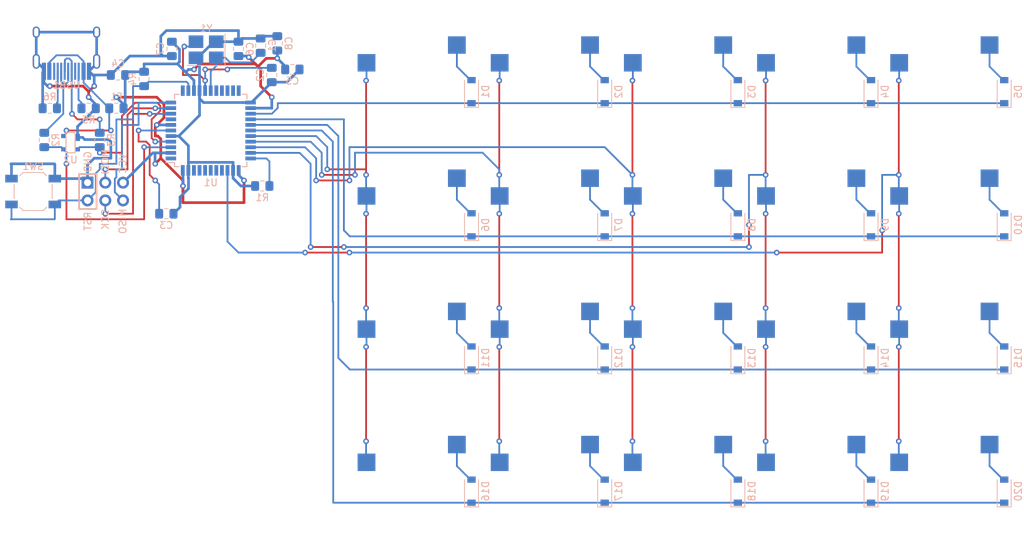
<source format=kicad_pcb>
(kicad_pcb (version 20171130) (host pcbnew "(5.1.4)-1")
  (layers (0 F.Cu signal) (31 B.Cu signal) (34 B.Paste user) (35 F.Paste user) (36 B.SilkS user) (37 F.SilkS user) (38 B.Mask user) (39 F.Mask user) (44 Edge.Cuts user))
  (net 0 "")
  (net 1 GND)
  (net 2 XTAL1)
  (net 3 XTAL2)
  (net 4 "Net-(C3-Pad1)")
  (net 5 +5V)
  (net 6 "Net-(D1-Pad2)")
  (net 7 ROW0)
  (net 8 "Net-(D2-Pad2)")
  (net 9 "Net-(D3-Pad2)")
  (net 10 "Net-(D4-Pad2)")
  (net 11 "Net-(D5-Pad2)")
  (net 12 "Net-(D6-Pad2)")
  (net 13 ROW1)
  (net 14 "Net-(D7-Pad2)")
  (net 15 "Net-(D8-Pad2)")
  (net 16 "Net-(D9-Pad2)")
  (net 17 "Net-(D10-Pad2)")
  (net 18 "Net-(D11-Pad2)")
  (net 19 ROW2)
  (net 20 "Net-(D12-Pad2)")
  (net 21 "Net-(D13-Pad2)")
  (net 22 "Net-(D14-Pad2)")
  (net 23 "Net-(D15-Pad2)")
  (net 24 "Net-(D16-Pad2)")
  (net 25 ROW3)
  (net 26 "Net-(D17-Pad2)")
  (net 27 "Net-(D18-Pad2)")
  (net 28 "Net-(D19-Pad2)")
  (net 29 "Net-(D20-Pad2)")
  (net 30 VCC)
  (net 31 RESET)
  (net 32 MOSI)
  (net 33 SCK)
  (net 34 MISO)
  (net 35 COL0)
  (net 36 COL1)
  (net 37 COL2)
  (net 38 COL3)
  (net 39 COL4)
  (net 40 "Net-(R1-Pad2)")
  (net 41 "Net-(R2-Pad2)")
  (net 42 D-)
  (net 43 "Net-(R3-Pad2)")
  (net 44 D+)
  (net 45 "Net-(R5-Pad1)")
  (net 46 "Net-(R6-Pad1)")
  (net 47 "Net-(U1-Pad42)")
  (net 48 "Net-(U1-Pad41)")
  (net 49 "Net-(U1-Pad40)")
  (net 50 "Net-(U1-Pad39)")
  (net 51 "Net-(U1-Pad38)")
  (net 52 "Net-(U1-Pad37)")
  (net 53 "Net-(U1-Pad22)")
  (net 54 "Net-(U1-Pad21)")
  (net 55 "Net-(U1-Pad20)")
  (net 56 "Net-(U1-Pad19)")
  (net 57 "Net-(U1-Pad18)")
  (net 58 "Net-(U1-Pad12)")
  (net 59 "Net-(U1-Pad8)")
  (net 60 "Net-(U1-Pad1)")
  (net 61 "Net-(USB1-Pad3)")
  (net 62 "Net-(USB1-Pad9)")
  (module Crystal:Crystal_SMD_3225-4Pin_3.2x2.5mm_HandSoldering (layer B.Cu) (at 58.875 84.49375 180)
    (fp_text reference Y1 (at 0 3.05) (layer B.SilkS) (effects (justify mirror)))
    (fp_text value 16MHz)
    (pad 4 smd rect (at -1.45 1.15 180) (size 2.1 1.8) (layers B.Cu B.Paste B.Mask) (net 1 GND))
    (pad 3 smd rect (at 1.45 1.15 180) (size 2.1 1.8) (layers B.Cu B.Paste B.Mask) (net 3 XTAL2))
    (pad 2 smd rect (at 1.45 -1.15 180) (size 2.1 1.8) (layers B.Cu B.Paste B.Mask) (net 1 GND))
    (pad 1 smd rect (at -1.45 -1.15 180) (size 2.1 1.8) (layers B.Cu B.Paste B.Mask) (net 2 XTAL1))
  )
  (module Type-C:HRO-TYPE-C-31-M-12-HandSoldering (layer B.Cu) (at 38.89375 79.375)
    (fp_text reference USB1 (at 0 10.2) (layer B.SilkS) (effects (justify mirror)))
    (fp_text value HRO-TYPE-C-31-M-12)
    (pad 12 smd rect (at 3.225 8.195) (size 0.6 2.45) (layers B.Cu B.Paste B.Mask) (net 1 GND))
    (pad 1 smd rect (at -3.225 8.195) (size 0.6 2.45) (layers B.Cu B.Paste B.Mask) (net 1 GND))
    (pad 11 smd rect (at 2.45 8.195) (size 0.6 2.45) (layers B.Cu B.Paste B.Mask) (net 30 VCC))
    (pad 2 smd rect (at -2.45 8.195) (size 0.6 2.45) (layers B.Cu B.Paste B.Mask) (net 30 VCC))
    (pad 3 smd rect (at -1.75 8.195) (size 0.3 2.45) (layers B.Cu B.Paste B.Mask) (net 61 "Net-(USB1-Pad3)"))
    (pad 10 smd rect (at 1.75 8.195) (size 0.3 2.45) (layers B.Cu B.Paste B.Mask) (net 45 "Net-(R5-Pad1)"))
    (pad 4 smd rect (at -1.25 8.195) (size 0.3 2.45) (layers B.Cu B.Paste B.Mask) (net 46 "Net-(R6-Pad1)"))
    (pad 9 smd rect (at 1.25 8.195) (size 0.3 2.45) (layers B.Cu B.Paste B.Mask) (net 62 "Net-(USB1-Pad9)"))
    (pad 5 smd rect (at -0.75 8.195) (size 0.3 2.45) (layers B.Cu B.Paste B.Mask) (net 41 "Net-(R2-Pad2)"))
    (pad 8 smd rect (at 0.75 8.195) (size 0.3 2.45) (layers B.Cu B.Paste B.Mask) (net 43 "Net-(R3-Pad2)"))
    (pad 7 smd rect (at 0.25 8.195) (size 0.3 2.45) (layers B.Cu B.Paste B.Mask) (net 41 "Net-(R2-Pad2)"))
    (pad 6 smd rect (at -0.25 8.195) (size 0.3 2.45) (layers B.Cu B.Paste B.Mask) (net 43 "Net-(R3-Pad2)"))
    (pad "" np_thru_hole circle (at 2.89 6.25) (size 0.65 0.65) (drill 0.65) (layers *.Cu *.Mask))
    (pad "" np_thru_hole circle (at -2.89 6.25) (size 0.65 0.65) (drill 0.65) (layers *.Cu *.Mask))
    (pad 13 thru_hole oval (at -4.32 6.78) (size 1 2.1) (drill oval 0.6 1.7) (layers *.Cu F.Mask) (net 1 GND))
    (pad 13 thru_hole oval (at 4.32 6.78) (size 1 2.1) (drill oval 0.6 1.7) (layers *.Cu F.Mask) (net 1 GND))
    (pad 13 thru_hole oval (at -4.32 2.6) (size 1 1.6) (drill oval 0.6 1.2) (layers *.Cu F.Mask) (net 1 GND))
    (pad 13 thru_hole oval (at 4.32 2.6) (size 1 1.6) (drill oval 0.6 1.2) (layers *.Cu F.Mask) (net 1 GND))
  )
  (module random-keyboard-parts:SOT143B (layer B.Cu) (at 39.48125 97.7875 180)
    (fp_text reference U2 (at 0 -2.45) (layer B.SilkS) (effects (justify mirror)))
    (fp_text value PRTR5V0U2X)
    (pad 1 smd rect (at -1 0.75 270) (size 1 0.7) (layers B.Cu B.Paste B.Mask) (net 1 GND))
    (pad 4 smd rect (at 1 0.95 270) (size 0.6 0.7) (layers B.Cu B.Paste B.Mask) (net 30 VCC))
    (pad 2 smd rect (at -1 -0.95 270) (size 0.6 0.7) (layers B.Cu B.Paste B.Mask) (net 44 D+))
    (pad 3 smd rect (at 1 -0.95 270) (size 0.6 0.7) (layers B.Cu B.Paste B.Mask) (net 42 D-))
  )
  (module Package_QFP:TQFP-44_10x10mm_P0.8mm (layer B.Cu) (at 59.53125 96.04375)
    (fp_text reference U1 (at 0 7.45) (layer B.SilkS) (effects (justify mirror)))
    (fp_text value ATmega32U4-AU)
    (pad 44 smd rect (at -4 5.7 270) (size 1.5 0.55) (layers B.Cu B.Paste B.Mask) (net 5 +5V))
    (pad 43 smd rect (at -3.2 5.7 270) (size 1.5 0.55) (layers B.Cu B.Paste B.Mask) (net 1 GND))
    (pad 42 smd rect (at -2.4 5.7 270) (size 1.5 0.55) (layers B.Cu B.Paste B.Mask) (net 47 "Net-(U1-Pad42)"))
    (pad 41 smd rect (at -1.6 5.7 270) (size 1.5 0.55) (layers B.Cu B.Paste B.Mask) (net 48 "Net-(U1-Pad41)"))
    (pad 40 smd rect (at -0.8 5.7 270) (size 1.5 0.55) (layers B.Cu B.Paste B.Mask) (net 49 "Net-(U1-Pad40)"))
    (pad 39 smd rect (at 0 5.7 270) (size 1.5 0.55) (layers B.Cu B.Paste B.Mask) (net 50 "Net-(U1-Pad39)"))
    (pad 38 smd rect (at 0.8 5.7 270) (size 1.5 0.55) (layers B.Cu B.Paste B.Mask) (net 51 "Net-(U1-Pad38)"))
    (pad 37 smd rect (at 1.6 5.7 270) (size 1.5 0.55) (layers B.Cu B.Paste B.Mask) (net 52 "Net-(U1-Pad37)"))
    (pad 36 smd rect (at 2.4 5.7 270) (size 1.5 0.55) (layers B.Cu B.Paste B.Mask) (net 39 COL4))
    (pad 35 smd rect (at 3.2 5.7 270) (size 1.5 0.55) (layers B.Cu B.Paste B.Mask) (net 1 GND))
    (pad 34 smd rect (at 4 5.7 270) (size 1.5 0.55) (layers B.Cu B.Paste B.Mask) (net 5 +5V))
    (pad 33 smd rect (at 5.7 4) (size 1.5 0.55) (layers B.Cu B.Paste B.Mask) (net 40 "Net-(R1-Pad2)"))
    (pad 32 smd rect (at 5.7 3.2) (size 1.5 0.55) (layers B.Cu B.Paste B.Mask) (net 38 COL3))
    (pad 31 smd rect (at 5.7 2.4) (size 1.5 0.55) (layers B.Cu B.Paste B.Mask) (net 37 COL2))
    (pad 30 smd rect (at 5.7 1.6) (size 1.5 0.55) (layers B.Cu B.Paste B.Mask) (net 36 COL1))
    (pad 29 smd rect (at 5.7 0.8) (size 1.5 0.55) (layers B.Cu B.Paste B.Mask) (net 35 COL0))
    (pad 28 smd rect (at 5.7 0) (size 1.5 0.55) (layers B.Cu B.Paste B.Mask) (net 25 ROW3))
    (pad 27 smd rect (at 5.7 -0.8) (size 1.5 0.55) (layers B.Cu B.Paste B.Mask) (net 19 ROW2))
    (pad 26 smd rect (at 5.7 -1.6) (size 1.5 0.55) (layers B.Cu B.Paste B.Mask) (net 13 ROW1))
    (pad 25 smd rect (at 5.7 -2.4) (size 1.5 0.55) (layers B.Cu B.Paste B.Mask) (net 7 ROW0))
    (pad 24 smd rect (at 5.7 -3.2) (size 1.5 0.55) (layers B.Cu B.Paste B.Mask) (net 5 +5V))
    (pad 23 smd rect (at 5.7 -4) (size 1.5 0.55) (layers B.Cu B.Paste B.Mask) (net 1 GND))
    (pad 22 smd rect (at 4 -5.7 270) (size 1.5 0.55) (layers B.Cu B.Paste B.Mask) (net 53 "Net-(U1-Pad22)"))
    (pad 21 smd rect (at 3.2 -5.7 270) (size 1.5 0.55) (layers B.Cu B.Paste B.Mask) (net 54 "Net-(U1-Pad21)"))
    (pad 20 smd rect (at 2.4 -5.7 270) (size 1.5 0.55) (layers B.Cu B.Paste B.Mask) (net 55 "Net-(U1-Pad20)"))
    (pad 19 smd rect (at 1.6 -5.7 270) (size 1.5 0.55) (layers B.Cu B.Paste B.Mask) (net 56 "Net-(U1-Pad19)"))
    (pad 18 smd rect (at 0.8 -5.7 270) (size 1.5 0.55) (layers B.Cu B.Paste B.Mask) (net 57 "Net-(U1-Pad18)"))
    (pad 17 smd rect (at 0 -5.7 270) (size 1.5 0.55) (layers B.Cu B.Paste B.Mask) (net 2 XTAL1))
    (pad 16 smd rect (at -0.8 -5.7 270) (size 1.5 0.55) (layers B.Cu B.Paste B.Mask) (net 3 XTAL2))
    (pad 15 smd rect (at -1.6 -5.7 270) (size 1.5 0.55) (layers B.Cu B.Paste B.Mask) (net 1 GND))
    (pad 14 smd rect (at -2.4 -5.7 270) (size 1.5 0.55) (layers B.Cu B.Paste B.Mask) (net 5 +5V))
    (pad 13 smd rect (at -3.2 -5.7 270) (size 1.5 0.55) (layers B.Cu B.Paste B.Mask) (net 31 RESET))
    (pad 12 smd rect (at -4 -5.7 270) (size 1.5 0.55) (layers B.Cu B.Paste B.Mask) (net 58 "Net-(U1-Pad12)"))
    (pad 11 smd rect (at -5.7 -4) (size 1.5 0.55) (layers B.Cu B.Paste B.Mask) (net 34 MISO))
    (pad 10 smd rect (at -5.7 -3.2) (size 1.5 0.55) (layers B.Cu B.Paste B.Mask) (net 32 MOSI))
    (pad 9 smd rect (at -5.7 -2.4) (size 1.5 0.55) (layers B.Cu B.Paste B.Mask) (net 33 SCK))
    (pad 8 smd rect (at -5.7 -1.6) (size 1.5 0.55) (layers B.Cu B.Paste B.Mask) (net 59 "Net-(U1-Pad8)"))
    (pad 7 smd rect (at -5.7 -0.8) (size 1.5 0.55) (layers B.Cu B.Paste B.Mask) (net 5 +5V))
    (pad 6 smd rect (at -5.7 0) (size 1.5 0.55) (layers B.Cu B.Paste B.Mask) (net 4 "Net-(C3-Pad1)"))
    (pad 5 smd rect (at -5.7 0.8) (size 1.5 0.55) (layers B.Cu B.Paste B.Mask) (net 1 GND))
    (pad 4 smd rect (at -5.7 1.6) (size 1.5 0.55) (layers B.Cu B.Paste B.Mask) (net 44 D+))
    (pad 3 smd rect (at -5.7 2.4) (size 1.5 0.55) (layers B.Cu B.Paste B.Mask) (net 42 D-))
    (pad 2 smd rect (at -5.7 3.2) (size 1.5 0.55) (layers B.Cu B.Paste B.Mask) (net 5 +5V))
    (pad 1 smd rect (at -5.7 4) (size 1.5 0.55) (layers B.Cu B.Paste B.Mask) (net 60 "Net-(U1-Pad1)"))
  )
  (module Button_Switch_SMD:SW_SPST_SKQG_WithStem (layer B.Cu) (at 34.13125 104.775 180)
    (fp_text reference SW1 (at 0 3.6) (layer B.SilkS) (effects (justify mirror)))
    (fp_text value SW_Push)
    (pad 2 smd rect (at 3.1 -1.85 180) (size 1.8 1.1) (layers B.Cu B.Paste B.Mask) (net 31 RESET))
    (pad 2 smd rect (at -3.1 -1.85 180) (size 1.8 1.1) (layers B.Cu B.Paste B.Mask) (net 31 RESET))
    (pad 1 smd rect (at 3.1 1.85 180) (size 1.8 1.1) (layers B.Cu B.Paste B.Mask) (net 1 GND))
    (pad 1 smd rect (at -3.1 1.85 180) (size 1.8 1.1) (layers B.Cu B.Paste B.Mask) (net 1 GND))
  )
  (module Resistor_SMD:R_0805_2012Metric_Pad1.15x1.40mm_HandSolder (layer B.Cu) (at 36.5125 92.86875 180)
    (fp_text reference R6 (at 0 1.65) (layer B.SilkS) (effects (justify mirror)))
    (fp_text value 5.1k)
    (pad 2 smd roundrect (at 1.025 0 180) (size 1.15 1.4) (layers B.Cu B.Paste B.Mask) (roundrect_rratio 0.217391) (net 1 GND))
    (pad 1 smd roundrect (at -1.025 0 180) (size 1.15 1.4) (layers B.Cu B.Paste B.Mask) (roundrect_rratio 0.217391) (net 46 "Net-(R6-Pad1)"))
  )
  (module Resistor_SMD:R_0805_2012Metric_Pad1.15x1.40mm_HandSolder (layer B.Cu) (at 42.06875 92.86875)
    (fp_text reference R5 (at 0 1.65) (layer B.SilkS) (effects (justify mirror)))
    (fp_text value 5.1k)
    (pad 2 smd roundrect (at 1.025 0) (size 1.15 1.4) (layers B.Cu B.Paste B.Mask) (roundrect_rratio 0.217391) (net 1 GND))
    (pad 1 smd roundrect (at -1.025 0) (size 1.15 1.4) (layers B.Cu B.Paste B.Mask) (roundrect_rratio 0.217391) (net 45 "Net-(R5-Pad1)"))
  )
  (module Resistor_SMD:R_0805_2012Metric_Pad1.15x1.40mm_HandSolder (layer B.Cu) (at 50.00625 88.66875 270)
    (fp_text reference R4 (at 0 1.65 90) (layer B.SilkS) (effects (justify mirror)))
    (fp_text value 10k)
    (pad 2 smd roundrect (at 1.025 0 270) (size 1.15 1.4) (layers B.Cu B.Paste B.Mask) (roundrect_rratio 0.217391) (net 31 RESET))
    (pad 1 smd roundrect (at -1.025 0 270) (size 1.15 1.4) (layers B.Cu B.Paste B.Mask) (roundrect_rratio 0.217391) (net 5 +5V))
  )
  (module Resistor_SMD:R_0805_2012Metric_Pad1.15x1.40mm_HandSolder (layer B.Cu) (at 43.65625 97.4 90)
    (fp_text reference R3 (at 0 1.65 90) (layer B.SilkS) (effects (justify mirror)))
    (fp_text value 22)
    (pad 2 smd roundrect (at 1.025 0 90) (size 1.15 1.4) (layers B.Cu B.Paste B.Mask) (roundrect_rratio 0.217391) (net 43 "Net-(R3-Pad2)"))
    (pad 1 smd roundrect (at -1.025 0 90) (size 1.15 1.4) (layers B.Cu B.Paste B.Mask) (roundrect_rratio 0.217391) (net 44 D+))
  )
  (module Resistor_SMD:R_0805_2012Metric_Pad1.15x1.40mm_HandSolder (layer B.Cu) (at 35.71875 97.4 90)
    (fp_text reference R2 (at 0 1.65 90) (layer B.SilkS) (effects (justify mirror)))
    (fp_text value 22)
    (pad 2 smd roundrect (at 1.025 0 90) (size 1.15 1.4) (layers B.Cu B.Paste B.Mask) (roundrect_rratio 0.217391) (net 41 "Net-(R2-Pad2)"))
    (pad 1 smd roundrect (at -1.025 0 90) (size 1.15 1.4) (layers B.Cu B.Paste B.Mask) (roundrect_rratio 0.217391) (net 42 D-))
  )
  (module Resistor_SMD:R_0805_2012Metric_Pad1.15x1.40mm_HandSolder (layer B.Cu) (at 66.90625 103.98125)
    (fp_text reference R1 (at 0 1.65) (layer B.SilkS) (effects (justify mirror)))
    (fp_text value 10k)
    (pad 2 smd roundrect (at 1.025 0) (size 1.15 1.4) (layers B.Cu B.Paste B.Mask) (roundrect_rratio 0.217391) (net 40 "Net-(R1-Pad2)"))
    (pad 1 smd roundrect (at -1.025 0) (size 1.15 1.4) (layers B.Cu B.Paste B.Mask) (roundrect_rratio 0.217391) (net 1 GND))
  )
  (module MX_Only:MXOnly-1U-Hotswap (layer F.Cu) (at 165.1 146.05)
    (fp_text reference MX20)
    (fp_text value MX-NoLED)
    (pad 2 smd rect (at 5.842 -5.08) (size 2.55 2.5) (layers B.Cu B.Paste B.Mask) (net 29 "Net-(D20-Pad2)"))
    (pad 1 smd rect (at -7.085 -2.54) (size 2.55 2.5) (layers B.Cu B.Paste B.Mask) (net 39 COL4))
    (pad "" np_thru_hole circle (at 5.08 0 48.0996) (size 1.75 1.75) (drill 1.75) (layers *.Cu *.Mask))
    (pad "" np_thru_hole circle (at -5.08 0 48.0996) (size 1.75 1.75) (drill 1.75) (layers *.Cu *.Mask))
    (pad "" np_thru_hole circle (at -3.81 -2.54) (size 3 3) (drill 3) (layers *.Cu *.Mask))
    (pad "" np_thru_hole circle (at 0 0) (size 3.9878 3.9878) (drill 3.9878) (layers *.Cu *.Mask))
    (pad "" np_thru_hole circle (at 2.54 -5.08) (size 3 3) (drill 3) (layers *.Cu *.Mask))
  )
  (module MX_Only:MXOnly-1U-Hotswap (layer F.Cu) (at 146.05 146.05)
    (fp_text reference MX19)
    (fp_text value MX-NoLED)
    (pad 2 smd rect (at 5.842 -5.08) (size 2.55 2.5) (layers B.Cu B.Paste B.Mask) (net 28 "Net-(D19-Pad2)"))
    (pad 1 smd rect (at -7.085 -2.54) (size 2.55 2.5) (layers B.Cu B.Paste B.Mask) (net 38 COL3))
    (pad "" np_thru_hole circle (at 5.08 0 48.0996) (size 1.75 1.75) (drill 1.75) (layers *.Cu *.Mask))
    (pad "" np_thru_hole circle (at -5.08 0 48.0996) (size 1.75 1.75) (drill 1.75) (layers *.Cu *.Mask))
    (pad "" np_thru_hole circle (at -3.81 -2.54) (size 3 3) (drill 3) (layers *.Cu *.Mask))
    (pad "" np_thru_hole circle (at 0 0) (size 3.9878 3.9878) (drill 3.9878) (layers *.Cu *.Mask))
    (pad "" np_thru_hole circle (at 2.54 -5.08) (size 3 3) (drill 3) (layers *.Cu *.Mask))
  )
  (module MX_Only:MXOnly-1U-Hotswap (layer F.Cu) (at 127 146.05)
    (fp_text reference MX18)
    (fp_text value MX-NoLED)
    (pad 2 smd rect (at 5.842 -5.08) (size 2.55 2.5) (layers B.Cu B.Paste B.Mask) (net 27 "Net-(D18-Pad2)"))
    (pad 1 smd rect (at -7.085 -2.54) (size 2.55 2.5) (layers B.Cu B.Paste B.Mask) (net 37 COL2))
    (pad "" np_thru_hole circle (at 5.08 0 48.0996) (size 1.75 1.75) (drill 1.75) (layers *.Cu *.Mask))
    (pad "" np_thru_hole circle (at -5.08 0 48.0996) (size 1.75 1.75) (drill 1.75) (layers *.Cu *.Mask))
    (pad "" np_thru_hole circle (at -3.81 -2.54) (size 3 3) (drill 3) (layers *.Cu *.Mask))
    (pad "" np_thru_hole circle (at 0 0) (size 3.9878 3.9878) (drill 3.9878) (layers *.Cu *.Mask))
    (pad "" np_thru_hole circle (at 2.54 -5.08) (size 3 3) (drill 3) (layers *.Cu *.Mask))
  )
  (module MX_Only:MXOnly-1U-Hotswap (layer F.Cu) (at 107.95 146.05)
    (fp_text reference MX17)
    (fp_text value MX-NoLED)
    (pad 2 smd rect (at 5.842 -5.08) (size 2.55 2.5) (layers B.Cu B.Paste B.Mask) (net 26 "Net-(D17-Pad2)"))
    (pad 1 smd rect (at -7.085 -2.54) (size 2.55 2.5) (layers B.Cu B.Paste B.Mask) (net 36 COL1))
    (pad "" np_thru_hole circle (at 5.08 0 48.0996) (size 1.75 1.75) (drill 1.75) (layers *.Cu *.Mask))
    (pad "" np_thru_hole circle (at -5.08 0 48.0996) (size 1.75 1.75) (drill 1.75) (layers *.Cu *.Mask))
    (pad "" np_thru_hole circle (at -3.81 -2.54) (size 3 3) (drill 3) (layers *.Cu *.Mask))
    (pad "" np_thru_hole circle (at 0 0) (size 3.9878 3.9878) (drill 3.9878) (layers *.Cu *.Mask))
    (pad "" np_thru_hole circle (at 2.54 -5.08) (size 3 3) (drill 3) (layers *.Cu *.Mask))
  )
  (module MX_Only:MXOnly-1U-Hotswap (layer F.Cu) (at 88.9 146.05)
    (fp_text reference MX16)
    (fp_text value MX-NoLED)
    (pad 2 smd rect (at 5.842 -5.08) (size 2.55 2.5) (layers B.Cu B.Paste B.Mask) (net 24 "Net-(D16-Pad2)"))
    (pad 1 smd rect (at -7.085 -2.54) (size 2.55 2.5) (layers B.Cu B.Paste B.Mask) (net 35 COL0))
    (pad "" np_thru_hole circle (at 5.08 0 48.0996) (size 1.75 1.75) (drill 1.75) (layers *.Cu *.Mask))
    (pad "" np_thru_hole circle (at -5.08 0 48.0996) (size 1.75 1.75) (drill 1.75) (layers *.Cu *.Mask))
    (pad "" np_thru_hole circle (at -3.81 -2.54) (size 3 3) (drill 3) (layers *.Cu *.Mask))
    (pad "" np_thru_hole circle (at 0 0) (size 3.9878 3.9878) (drill 3.9878) (layers *.Cu *.Mask))
    (pad "" np_thru_hole circle (at 2.54 -5.08) (size 3 3) (drill 3) (layers *.Cu *.Mask))
  )
  (module MX_Only:MXOnly-1U-Hotswap (layer F.Cu) (at 165.1 127)
    (fp_text reference MX15)
    (fp_text value MX-NoLED)
    (pad 2 smd rect (at 5.842 -5.08) (size 2.55 2.5) (layers B.Cu B.Paste B.Mask) (net 23 "Net-(D15-Pad2)"))
    (pad 1 smd rect (at -7.085 -2.54) (size 2.55 2.5) (layers B.Cu B.Paste B.Mask) (net 39 COL4))
    (pad "" np_thru_hole circle (at 5.08 0 48.0996) (size 1.75 1.75) (drill 1.75) (layers *.Cu *.Mask))
    (pad "" np_thru_hole circle (at -5.08 0 48.0996) (size 1.75 1.75) (drill 1.75) (layers *.Cu *.Mask))
    (pad "" np_thru_hole circle (at -3.81 -2.54) (size 3 3) (drill 3) (layers *.Cu *.Mask))
    (pad "" np_thru_hole circle (at 0 0) (size 3.9878 3.9878) (drill 3.9878) (layers *.Cu *.Mask))
    (pad "" np_thru_hole circle (at 2.54 -5.08) (size 3 3) (drill 3) (layers *.Cu *.Mask))
  )
  (module MX_Only:MXOnly-1U-Hotswap (layer F.Cu) (at 146.05 127)
    (fp_text reference MX14)
    (fp_text value MX-NoLED)
    (pad 2 smd rect (at 5.842 -5.08) (size 2.55 2.5) (layers B.Cu B.Paste B.Mask) (net 22 "Net-(D14-Pad2)"))
    (pad 1 smd rect (at -7.085 -2.54) (size 2.55 2.5) (layers B.Cu B.Paste B.Mask) (net 38 COL3))
    (pad "" np_thru_hole circle (at 5.08 0 48.0996) (size 1.75 1.75) (drill 1.75) (layers *.Cu *.Mask))
    (pad "" np_thru_hole circle (at -5.08 0 48.0996) (size 1.75 1.75) (drill 1.75) (layers *.Cu *.Mask))
    (pad "" np_thru_hole circle (at -3.81 -2.54) (size 3 3) (drill 3) (layers *.Cu *.Mask))
    (pad "" np_thru_hole circle (at 0 0) (size 3.9878 3.9878) (drill 3.9878) (layers *.Cu *.Mask))
    (pad "" np_thru_hole circle (at 2.54 -5.08) (size 3 3) (drill 3) (layers *.Cu *.Mask))
  )
  (module MX_Only:MXOnly-1U-Hotswap (layer F.Cu) (at 127 127)
    (fp_text reference MX13)
    (fp_text value MX-NoLED)
    (pad 2 smd rect (at 5.842 -5.08) (size 2.55 2.5) (layers B.Cu B.Paste B.Mask) (net 21 "Net-(D13-Pad2)"))
    (pad 1 smd rect (at -7.085 -2.54) (size 2.55 2.5) (layers B.Cu B.Paste B.Mask) (net 37 COL2))
    (pad "" np_thru_hole circle (at 5.08 0 48.0996) (size 1.75 1.75) (drill 1.75) (layers *.Cu *.Mask))
    (pad "" np_thru_hole circle (at -5.08 0 48.0996) (size 1.75 1.75) (drill 1.75) (layers *.Cu *.Mask))
    (pad "" np_thru_hole circle (at -3.81 -2.54) (size 3 3) (drill 3) (layers *.Cu *.Mask))
    (pad "" np_thru_hole circle (at 0 0) (size 3.9878 3.9878) (drill 3.9878) (layers *.Cu *.Mask))
    (pad "" np_thru_hole circle (at 2.54 -5.08) (size 3 3) (drill 3) (layers *.Cu *.Mask))
  )
  (module MX_Only:MXOnly-1U-Hotswap (layer F.Cu) (at 107.95 127)
    (fp_text reference MX12)
    (fp_text value MX-NoLED)
    (pad 2 smd rect (at 5.842 -5.08) (size 2.55 2.5) (layers B.Cu B.Paste B.Mask) (net 20 "Net-(D12-Pad2)"))
    (pad 1 smd rect (at -7.085 -2.54) (size 2.55 2.5) (layers B.Cu B.Paste B.Mask) (net 36 COL1))
    (pad "" np_thru_hole circle (at 5.08 0 48.0996) (size 1.75 1.75) (drill 1.75) (layers *.Cu *.Mask))
    (pad "" np_thru_hole circle (at -5.08 0 48.0996) (size 1.75 1.75) (drill 1.75) (layers *.Cu *.Mask))
    (pad "" np_thru_hole circle (at -3.81 -2.54) (size 3 3) (drill 3) (layers *.Cu *.Mask))
    (pad "" np_thru_hole circle (at 0 0) (size 3.9878 3.9878) (drill 3.9878) (layers *.Cu *.Mask))
    (pad "" np_thru_hole circle (at 2.54 -5.08) (size 3 3) (drill 3) (layers *.Cu *.Mask))
  )
  (module MX_Only:MXOnly-1U-Hotswap (layer F.Cu) (at 88.9 127)
    (fp_text reference MX11)
    (fp_text value MX-NoLED)
    (pad 2 smd rect (at 5.842 -5.08) (size 2.55 2.5) (layers B.Cu B.Paste B.Mask) (net 18 "Net-(D11-Pad2)"))
    (pad 1 smd rect (at -7.085 -2.54) (size 2.55 2.5) (layers B.Cu B.Paste B.Mask) (net 35 COL0))
    (pad "" np_thru_hole circle (at 5.08 0 48.0996) (size 1.75 1.75) (drill 1.75) (layers *.Cu *.Mask))
    (pad "" np_thru_hole circle (at -5.08 0 48.0996) (size 1.75 1.75) (drill 1.75) (layers *.Cu *.Mask))
    (pad "" np_thru_hole circle (at -3.81 -2.54) (size 3 3) (drill 3) (layers *.Cu *.Mask))
    (pad "" np_thru_hole circle (at 0 0) (size 3.9878 3.9878) (drill 3.9878) (layers *.Cu *.Mask))
    (pad "" np_thru_hole circle (at 2.54 -5.08) (size 3 3) (drill 3) (layers *.Cu *.Mask))
  )
  (module MX_Only:MXOnly-1U-Hotswap (layer F.Cu) (at 165.1 107.95)
    (fp_text reference MX10)
    (fp_text value MX-NoLED)
    (pad 2 smd rect (at 5.842 -5.08) (size 2.55 2.5) (layers B.Cu B.Paste B.Mask) (net 17 "Net-(D10-Pad2)"))
    (pad 1 smd rect (at -7.085 -2.54) (size 2.55 2.5) (layers B.Cu B.Paste B.Mask) (net 39 COL4))
    (pad "" np_thru_hole circle (at 5.08 0 48.0996) (size 1.75 1.75) (drill 1.75) (layers *.Cu *.Mask))
    (pad "" np_thru_hole circle (at -5.08 0 48.0996) (size 1.75 1.75) (drill 1.75) (layers *.Cu *.Mask))
    (pad "" np_thru_hole circle (at -3.81 -2.54) (size 3 3) (drill 3) (layers *.Cu *.Mask))
    (pad "" np_thru_hole circle (at 0 0) (size 3.9878 3.9878) (drill 3.9878) (layers *.Cu *.Mask))
    (pad "" np_thru_hole circle (at 2.54 -5.08) (size 3 3) (drill 3) (layers *.Cu *.Mask))
  )
  (module MX_Only:MXOnly-1U-Hotswap (layer F.Cu) (at 146.05 107.95)
    (fp_text reference MX9)
    (fp_text value MX-NoLED)
    (pad 2 smd rect (at 5.842 -5.08) (size 2.55 2.5) (layers B.Cu B.Paste B.Mask) (net 16 "Net-(D9-Pad2)"))
    (pad 1 smd rect (at -7.085 -2.54) (size 2.55 2.5) (layers B.Cu B.Paste B.Mask) (net 38 COL3))
    (pad "" np_thru_hole circle (at 5.08 0 48.0996) (size 1.75 1.75) (drill 1.75) (layers *.Cu *.Mask))
    (pad "" np_thru_hole circle (at -5.08 0 48.0996) (size 1.75 1.75) (drill 1.75) (layers *.Cu *.Mask))
    (pad "" np_thru_hole circle (at -3.81 -2.54) (size 3 3) (drill 3) (layers *.Cu *.Mask))
    (pad "" np_thru_hole circle (at 0 0) (size 3.9878 3.9878) (drill 3.9878) (layers *.Cu *.Mask))
    (pad "" np_thru_hole circle (at 2.54 -5.08) (size 3 3) (drill 3) (layers *.Cu *.Mask))
  )
  (module MX_Only:MXOnly-1U-Hotswap (layer F.Cu) (at 127 107.95)
    (fp_text reference MX8)
    (fp_text value MX-NoLED)
    (pad 2 smd rect (at 5.842 -5.08) (size 2.55 2.5) (layers B.Cu B.Paste B.Mask) (net 15 "Net-(D8-Pad2)"))
    (pad 1 smd rect (at -7.085 -2.54) (size 2.55 2.5) (layers B.Cu B.Paste B.Mask) (net 37 COL2))
    (pad "" np_thru_hole circle (at 5.08 0 48.0996) (size 1.75 1.75) (drill 1.75) (layers *.Cu *.Mask))
    (pad "" np_thru_hole circle (at -5.08 0 48.0996) (size 1.75 1.75) (drill 1.75) (layers *.Cu *.Mask))
    (pad "" np_thru_hole circle (at -3.81 -2.54) (size 3 3) (drill 3) (layers *.Cu *.Mask))
    (pad "" np_thru_hole circle (at 0 0) (size 3.9878 3.9878) (drill 3.9878) (layers *.Cu *.Mask))
    (pad "" np_thru_hole circle (at 2.54 -5.08) (size 3 3) (drill 3) (layers *.Cu *.Mask))
  )
  (module MX_Only:MXOnly-1U-Hotswap (layer F.Cu) (at 107.95 107.95)
    (fp_text reference MX7)
    (fp_text value MX-NoLED)
    (pad 2 smd rect (at 5.842 -5.08) (size 2.55 2.5) (layers B.Cu B.Paste B.Mask) (net 14 "Net-(D7-Pad2)"))
    (pad 1 smd rect (at -7.085 -2.54) (size 2.55 2.5) (layers B.Cu B.Paste B.Mask) (net 36 COL1))
    (pad "" np_thru_hole circle (at 5.08 0 48.0996) (size 1.75 1.75) (drill 1.75) (layers *.Cu *.Mask))
    (pad "" np_thru_hole circle (at -5.08 0 48.0996) (size 1.75 1.75) (drill 1.75) (layers *.Cu *.Mask))
    (pad "" np_thru_hole circle (at -3.81 -2.54) (size 3 3) (drill 3) (layers *.Cu *.Mask))
    (pad "" np_thru_hole circle (at 0 0) (size 3.9878 3.9878) (drill 3.9878) (layers *.Cu *.Mask))
    (pad "" np_thru_hole circle (at 2.54 -5.08) (size 3 3) (drill 3) (layers *.Cu *.Mask))
  )
  (module MX_Only:MXOnly-1U-Hotswap (layer F.Cu) (at 88.9 107.95)
    (fp_text reference MX6)
    (fp_text value MX-NoLED)
    (pad 2 smd rect (at 5.842 -5.08) (size 2.55 2.5) (layers B.Cu B.Paste B.Mask) (net 12 "Net-(D6-Pad2)"))
    (pad 1 smd rect (at -7.085 -2.54) (size 2.55 2.5) (layers B.Cu B.Paste B.Mask) (net 35 COL0))
    (pad "" np_thru_hole circle (at 5.08 0 48.0996) (size 1.75 1.75) (drill 1.75) (layers *.Cu *.Mask))
    (pad "" np_thru_hole circle (at -5.08 0 48.0996) (size 1.75 1.75) (drill 1.75) (layers *.Cu *.Mask))
    (pad "" np_thru_hole circle (at -3.81 -2.54) (size 3 3) (drill 3) (layers *.Cu *.Mask))
    (pad "" np_thru_hole circle (at 0 0) (size 3.9878 3.9878) (drill 3.9878) (layers *.Cu *.Mask))
    (pad "" np_thru_hole circle (at 2.54 -5.08) (size 3 3) (drill 3) (layers *.Cu *.Mask))
  )
  (module MX_Only:MXOnly-1U-Hotswap (layer F.Cu) (at 165.1 88.9)
    (fp_text reference MX5)
    (fp_text value MX-NoLED)
    (pad 2 smd rect (at 5.842 -5.08) (size 2.55 2.5) (layers B.Cu B.Paste B.Mask) (net 11 "Net-(D5-Pad2)"))
    (pad 1 smd rect (at -7.085 -2.54) (size 2.55 2.5) (layers B.Cu B.Paste B.Mask) (net 39 COL4))
    (pad "" np_thru_hole circle (at 5.08 0 48.0996) (size 1.75 1.75) (drill 1.75) (layers *.Cu *.Mask))
    (pad "" np_thru_hole circle (at -5.08 0 48.0996) (size 1.75 1.75) (drill 1.75) (layers *.Cu *.Mask))
    (pad "" np_thru_hole circle (at -3.81 -2.54) (size 3 3) (drill 3) (layers *.Cu *.Mask))
    (pad "" np_thru_hole circle (at 0 0) (size 3.9878 3.9878) (drill 3.9878) (layers *.Cu *.Mask))
    (pad "" np_thru_hole circle (at 2.54 -5.08) (size 3 3) (drill 3) (layers *.Cu *.Mask))
  )
  (module MX_Only:MXOnly-1U-Hotswap (layer F.Cu) (at 146.05 88.9)
    (fp_text reference MX4)
    (fp_text value MX-NoLED)
    (pad 2 smd rect (at 5.842 -5.08) (size 2.55 2.5) (layers B.Cu B.Paste B.Mask) (net 10 "Net-(D4-Pad2)"))
    (pad 1 smd rect (at -7.085 -2.54) (size 2.55 2.5) (layers B.Cu B.Paste B.Mask) (net 38 COL3))
    (pad "" np_thru_hole circle (at 5.08 0 48.0996) (size 1.75 1.75) (drill 1.75) (layers *.Cu *.Mask))
    (pad "" np_thru_hole circle (at -5.08 0 48.0996) (size 1.75 1.75) (drill 1.75) (layers *.Cu *.Mask))
    (pad "" np_thru_hole circle (at -3.81 -2.54) (size 3 3) (drill 3) (layers *.Cu *.Mask))
    (pad "" np_thru_hole circle (at 0 0) (size 3.9878 3.9878) (drill 3.9878) (layers *.Cu *.Mask))
    (pad "" np_thru_hole circle (at 2.54 -5.08) (size 3 3) (drill 3) (layers *.Cu *.Mask))
  )
  (module MX_Only:MXOnly-1U-Hotswap (layer F.Cu) (at 127 88.9)
    (fp_text reference MX3)
    (fp_text value MX-NoLED)
    (pad 2 smd rect (at 5.842 -5.08) (size 2.55 2.5) (layers B.Cu B.Paste B.Mask) (net 9 "Net-(D3-Pad2)"))
    (pad 1 smd rect (at -7.085 -2.54) (size 2.55 2.5) (layers B.Cu B.Paste B.Mask) (net 37 COL2))
    (pad "" np_thru_hole circle (at 5.08 0 48.0996) (size 1.75 1.75) (drill 1.75) (layers *.Cu *.Mask))
    (pad "" np_thru_hole circle (at -5.08 0 48.0996) (size 1.75 1.75) (drill 1.75) (layers *.Cu *.Mask))
    (pad "" np_thru_hole circle (at -3.81 -2.54) (size 3 3) (drill 3) (layers *.Cu *.Mask))
    (pad "" np_thru_hole circle (at 0 0) (size 3.9878 3.9878) (drill 3.9878) (layers *.Cu *.Mask))
    (pad "" np_thru_hole circle (at 2.54 -5.08) (size 3 3) (drill 3) (layers *.Cu *.Mask))
  )
  (module MX_Only:MXOnly-1U-Hotswap (layer F.Cu) (at 107.95 88.9)
    (fp_text reference MX2)
    (fp_text value MX-NoLED)
    (pad 2 smd rect (at 5.842 -5.08) (size 2.55 2.5) (layers B.Cu B.Paste B.Mask) (net 8 "Net-(D2-Pad2)"))
    (pad 1 smd rect (at -7.085 -2.54) (size 2.55 2.5) (layers B.Cu B.Paste B.Mask) (net 36 COL1))
    (pad "" np_thru_hole circle (at 5.08 0 48.0996) (size 1.75 1.75) (drill 1.75) (layers *.Cu *.Mask))
    (pad "" np_thru_hole circle (at -5.08 0 48.0996) (size 1.75 1.75) (drill 1.75) (layers *.Cu *.Mask))
    (pad "" np_thru_hole circle (at -3.81 -2.54) (size 3 3) (drill 3) (layers *.Cu *.Mask))
    (pad "" np_thru_hole circle (at 0 0) (size 3.9878 3.9878) (drill 3.9878) (layers *.Cu *.Mask))
    (pad "" np_thru_hole circle (at 2.54 -5.08) (size 3 3) (drill 3) (layers *.Cu *.Mask))
  )
  (module MX_Only:MXOnly-1U-Hotswap (layer F.Cu) (at 88.9 88.9)
    (fp_text reference MX1)
    (fp_text value MX-NoLED)
    (pad 2 smd rect (at 5.842 -5.08) (size 2.55 2.5) (layers B.Cu B.Paste B.Mask) (net 6 "Net-(D1-Pad2)"))
    (pad 1 smd rect (at -7.085 -2.54) (size 2.55 2.5) (layers B.Cu B.Paste B.Mask) (net 35 COL0))
    (pad "" np_thru_hole circle (at 5.08 0 48.0996) (size 1.75 1.75) (drill 1.75) (layers *.Cu *.Mask))
    (pad "" np_thru_hole circle (at -5.08 0 48.0996) (size 1.75 1.75) (drill 1.75) (layers *.Cu *.Mask))
    (pad "" np_thru_hole circle (at -3.81 -2.54) (size 3 3) (drill 3) (layers *.Cu *.Mask))
    (pad "" np_thru_hole circle (at 0 0) (size 3.9878 3.9878) (drill 3.9878) (layers *.Cu *.Mask))
    (pad "" np_thru_hole circle (at 2.54 -5.08) (size 3 3) (drill 3) (layers *.Cu *.Mask))
  )
  (module random-keyboard-parts:Reset_Pretty-Mask (layer B.Cu) (at 44.45 104.775 90)
    (fp_text reference J1)
    (fp_text value AVR-ISP-6)
    (fp_text user MISO (at -4.25 2.5 90) (layer B.SilkS) (effects (justify mirror)))
    (fp_text user VCC (at 4 2.5 90) (layer B.SilkS) (effects (justify mirror)))
    (fp_text user SCK (at -4 0 90) (layer B.SilkS) (effects (justify mirror)))
    (fp_text user MOSI (at 4.25 0 90) (layer B.SilkS) (effects (justify mirror)))
    (fp_text user RST (at -4.25 -2.5 90) (layer B.SilkS) (effects (justify mirror)))
    (fp_text user GND (at 4.25 -2.5 90) (layer B.SilkS) (effects (justify mirror)))
    (pad 6 thru_hole rect (at 1.27 -2.54 90) (size 1.7 1.7) (drill 1) (layers *.Cu B.Mask) (net 1 GND))
    (pad 5 thru_hole circle (at -1.27 -2.54 90) (size 1.7 1.7) (drill 1) (layers *.Cu B.Mask) (net 31 RESET))
    (pad 4 thru_hole circle (at 1.27 0 90) (size 1.7 1.7) (drill 1) (layers *.Cu B.Mask) (net 32 MOSI))
    (pad 3 thru_hole circle (at -1.27 0 90) (size 1.7 1.7) (drill 1) (layers *.Cu B.Mask) (net 33 SCK))
    (pad 2 thru_hole circle (at 1.27 2.54 90) (size 1.7 1.7) (drill 1) (layers *.Cu B.Mask) (net 5 +5V))
    (pad 1 thru_hole circle (at -1.27 2.54 90) (size 1.7 1.7) (drill 1) (layers *.Cu B.Mask) (net 34 MISO))
  )
  (module Fuse:Fuse_0805_2012Metric_Pad1.15x1.40mm_HandSolder (layer B.Cu) (at 46.0375 92.86875 180)
    (fp_text reference F1 (at 0 1.65) (layer B.SilkS) (effects (justify mirror)))
    (fp_text value 500m)
    (pad 2 smd roundrect (at 1.025 0 180) (size 1.15 1.4) (layers B.Cu B.Paste B.Mask) (roundrect_rratio 0.217391) (net 30 VCC))
    (pad 1 smd roundrect (at -1.025 0 180) (size 1.15 1.4) (layers B.Cu B.Paste B.Mask) (roundrect_rratio 0.217391) (net 5 +5V))
  )
  (module Diode_SMD:D_SOD-123 (layer B.Cu) (at 173.0375 147.6375 90)
    (fp_text reference D20 (at 0 2 90) (layer B.SilkS) (effects (justify mirror)))
    (fp_text value D)
    (pad 2 smd rect (at 1.65 0 90) (size 0.9 1.2) (layers B.Cu B.Paste B.Mask) (net 29 "Net-(D20-Pad2)"))
    (pad 1 smd rect (at -1.65 0 90) (size 0.9 1.2) (layers B.Cu B.Paste B.Mask) (net 25 ROW3))
  )
  (module Diode_SMD:D_SOD-123 (layer B.Cu) (at 153.9875 147.6375 90)
    (fp_text reference D19 (at 0 2 90) (layer B.SilkS) (effects (justify mirror)))
    (fp_text value D)
    (pad 2 smd rect (at 1.65 0 90) (size 0.9 1.2) (layers B.Cu B.Paste B.Mask) (net 28 "Net-(D19-Pad2)"))
    (pad 1 smd rect (at -1.65 0 90) (size 0.9 1.2) (layers B.Cu B.Paste B.Mask) (net 25 ROW3))
  )
  (module Diode_SMD:D_SOD-123 (layer B.Cu) (at 134.9375 147.6375 90)
    (fp_text reference D18 (at 0 2 90) (layer B.SilkS) (effects (justify mirror)))
    (fp_text value D)
    (pad 2 smd rect (at 1.65 0 90) (size 0.9 1.2) (layers B.Cu B.Paste B.Mask) (net 27 "Net-(D18-Pad2)"))
    (pad 1 smd rect (at -1.65 0 90) (size 0.9 1.2) (layers B.Cu B.Paste B.Mask) (net 25 ROW3))
  )
  (module Diode_SMD:D_SOD-123 (layer B.Cu) (at 115.8875 147.6375 90)
    (fp_text reference D17 (at 0 2 90) (layer B.SilkS) (effects (justify mirror)))
    (fp_text value D)
    (pad 2 smd rect (at 1.65 0 90) (size 0.9 1.2) (layers B.Cu B.Paste B.Mask) (net 26 "Net-(D17-Pad2)"))
    (pad 1 smd rect (at -1.65 0 90) (size 0.9 1.2) (layers B.Cu B.Paste B.Mask) (net 25 ROW3))
  )
  (module Diode_SMD:D_SOD-123 (layer B.Cu) (at 96.8375 147.6375 90)
    (fp_text reference D16 (at 0 2 90) (layer B.SilkS) (effects (justify mirror)))
    (fp_text value D)
    (pad 2 smd rect (at 1.65 0 90) (size 0.9 1.2) (layers B.Cu B.Paste B.Mask) (net 24 "Net-(D16-Pad2)"))
    (pad 1 smd rect (at -1.65 0 90) (size 0.9 1.2) (layers B.Cu B.Paste B.Mask) (net 25 ROW3))
  )
  (module Diode_SMD:D_SOD-123 (layer B.Cu) (at 173.0375 128.5875 90)
    (fp_text reference D15 (at 0 2 90) (layer B.SilkS) (effects (justify mirror)))
    (fp_text value D)
    (pad 2 smd rect (at 1.65 0 90) (size 0.9 1.2) (layers B.Cu B.Paste B.Mask) (net 23 "Net-(D15-Pad2)"))
    (pad 1 smd rect (at -1.65 0 90) (size 0.9 1.2) (layers B.Cu B.Paste B.Mask) (net 19 ROW2))
  )
  (module Diode_SMD:D_SOD-123 (layer B.Cu) (at 153.9875 128.5875 90)
    (fp_text reference D14 (at 0 2 90) (layer B.SilkS) (effects (justify mirror)))
    (fp_text value D)
    (pad 2 smd rect (at 1.65 0 90) (size 0.9 1.2) (layers B.Cu B.Paste B.Mask) (net 22 "Net-(D14-Pad2)"))
    (pad 1 smd rect (at -1.65 0 90) (size 0.9 1.2) (layers B.Cu B.Paste B.Mask) (net 19 ROW2))
  )
  (module Diode_SMD:D_SOD-123 (layer B.Cu) (at 134.9375 128.5875 90)
    (fp_text reference D13 (at 0 2 90) (layer B.SilkS) (effects (justify mirror)))
    (fp_text value D)
    (pad 2 smd rect (at 1.65 0 90) (size 0.9 1.2) (layers B.Cu B.Paste B.Mask) (net 21 "Net-(D13-Pad2)"))
    (pad 1 smd rect (at -1.65 0 90) (size 0.9 1.2) (layers B.Cu B.Paste B.Mask) (net 19 ROW2))
  )
  (module Diode_SMD:D_SOD-123 (layer B.Cu) (at 115.8875 128.5875 90)
    (fp_text reference D12 (at 0 2 90) (layer B.SilkS) (effects (justify mirror)))
    (fp_text value D)
    (pad 2 smd rect (at 1.65 0 90) (size 0.9 1.2) (layers B.Cu B.Paste B.Mask) (net 20 "Net-(D12-Pad2)"))
    (pad 1 smd rect (at -1.65 0 90) (size 0.9 1.2) (layers B.Cu B.Paste B.Mask) (net 19 ROW2))
  )
  (module Diode_SMD:D_SOD-123 (layer B.Cu) (at 96.8375 128.5875 90)
    (fp_text reference D11 (at 0 2 90) (layer B.SilkS) (effects (justify mirror)))
    (fp_text value D)
    (pad 2 smd rect (at 1.65 0 90) (size 0.9 1.2) (layers B.Cu B.Paste B.Mask) (net 18 "Net-(D11-Pad2)"))
    (pad 1 smd rect (at -1.65 0 90) (size 0.9 1.2) (layers B.Cu B.Paste B.Mask) (net 19 ROW2))
  )
  (module Diode_SMD:D_SOD-123 (layer B.Cu) (at 173.0375 109.5375 90)
    (fp_text reference D10 (at 0 2 90) (layer B.SilkS) (effects (justify mirror)))
    (fp_text value D)
    (pad 2 smd rect (at 1.65 0 90) (size 0.9 1.2) (layers B.Cu B.Paste B.Mask) (net 17 "Net-(D10-Pad2)"))
    (pad 1 smd rect (at -1.65 0 90) (size 0.9 1.2) (layers B.Cu B.Paste B.Mask) (net 13 ROW1))
  )
  (module Diode_SMD:D_SOD-123 (layer B.Cu) (at 153.9875 109.5375 90)
    (fp_text reference D9 (at 0 2 90) (layer B.SilkS) (effects (justify mirror)))
    (fp_text value D)
    (pad 2 smd rect (at 1.65 0 90) (size 0.9 1.2) (layers B.Cu B.Paste B.Mask) (net 16 "Net-(D9-Pad2)"))
    (pad 1 smd rect (at -1.65 0 90) (size 0.9 1.2) (layers B.Cu B.Paste B.Mask) (net 13 ROW1))
  )
  (module Diode_SMD:D_SOD-123 (layer B.Cu) (at 134.9375 109.5375 90)
    (fp_text reference D8 (at 0 2 90) (layer B.SilkS) (effects (justify mirror)))
    (fp_text value D)
    (pad 2 smd rect (at 1.65 0 90) (size 0.9 1.2) (layers B.Cu B.Paste B.Mask) (net 15 "Net-(D8-Pad2)"))
    (pad 1 smd rect (at -1.65 0 90) (size 0.9 1.2) (layers B.Cu B.Paste B.Mask) (net 13 ROW1))
  )
  (module Diode_SMD:D_SOD-123 (layer B.Cu) (at 115.8875 109.5375 90)
    (fp_text reference D7 (at 0 2 90) (layer B.SilkS) (effects (justify mirror)))
    (fp_text value D)
    (pad 2 smd rect (at 1.65 0 90) (size 0.9 1.2) (layers B.Cu B.Paste B.Mask) (net 14 "Net-(D7-Pad2)"))
    (pad 1 smd rect (at -1.65 0 90) (size 0.9 1.2) (layers B.Cu B.Paste B.Mask) (net 13 ROW1))
  )
  (module Diode_SMD:D_SOD-123 (layer B.Cu) (at 96.8375 109.5375 90)
    (fp_text reference D6 (at 0 2 90) (layer B.SilkS) (effects (justify mirror)))
    (fp_text value D)
    (pad 2 smd rect (at 1.65 0 90) (size 0.9 1.2) (layers B.Cu B.Paste B.Mask) (net 12 "Net-(D6-Pad2)"))
    (pad 1 smd rect (at -1.65 0 90) (size 0.9 1.2) (layers B.Cu B.Paste B.Mask) (net 13 ROW1))
  )
  (module Diode_SMD:D_SOD-123 (layer B.Cu) (at 173.0375 90.4875 90)
    (fp_text reference D5 (at 0 2 90) (layer B.SilkS) (effects (justify mirror)))
    (fp_text value D)
    (pad 2 smd rect (at 1.65 0 90) (size 0.9 1.2) (layers B.Cu B.Paste B.Mask) (net 11 "Net-(D5-Pad2)"))
    (pad 1 smd rect (at -1.65 0 90) (size 0.9 1.2) (layers B.Cu B.Paste B.Mask) (net 7 ROW0))
  )
  (module Diode_SMD:D_SOD-123 (layer B.Cu) (at 153.9875 90.4875 90)
    (fp_text reference D4 (at 0 2 90) (layer B.SilkS) (effects (justify mirror)))
    (fp_text value D)
    (pad 2 smd rect (at 1.65 0 90) (size 0.9 1.2) (layers B.Cu B.Paste B.Mask) (net 10 "Net-(D4-Pad2)"))
    (pad 1 smd rect (at -1.65 0 90) (size 0.9 1.2) (layers B.Cu B.Paste B.Mask) (net 7 ROW0))
  )
  (module Diode_SMD:D_SOD-123 (layer B.Cu) (at 134.9375 90.4875 90)
    (fp_text reference D3 (at 0 2 90) (layer B.SilkS) (effects (justify mirror)))
    (fp_text value D)
    (pad 2 smd rect (at 1.65 0 90) (size 0.9 1.2) (layers B.Cu B.Paste B.Mask) (net 9 "Net-(D3-Pad2)"))
    (pad 1 smd rect (at -1.65 0 90) (size 0.9 1.2) (layers B.Cu B.Paste B.Mask) (net 7 ROW0))
  )
  (module Diode_SMD:D_SOD-123 (layer B.Cu) (at 115.8875 90.4875 90)
    (fp_text reference D2 (at 0 2 90) (layer B.SilkS) (effects (justify mirror)))
    (fp_text value D)
    (pad 2 smd rect (at 1.65 0 90) (size 0.9 1.2) (layers B.Cu B.Paste B.Mask) (net 8 "Net-(D2-Pad2)"))
    (pad 1 smd rect (at -1.65 0 90) (size 0.9 1.2) (layers B.Cu B.Paste B.Mask) (net 7 ROW0))
  )
  (module Diode_SMD:D_SOD-123 (layer B.Cu) (at 96.8375 90.4875 90)
    (fp_text reference D1 (at 0 2 90) (layer B.SilkS) (effects (justify mirror)))
    (fp_text value D)
    (pad 2 smd rect (at 1.65 0 90) (size 0.9 1.2) (layers B.Cu B.Paste B.Mask) (net 6 "Net-(D1-Pad2)"))
    (pad 1 smd rect (at -1.65 0 90) (size 0.9 1.2) (layers B.Cu B.Paste B.Mask) (net 7 ROW0))
  )
  (module Capacitor_SMD:C_0805_2012Metric_Pad1.15x1.40mm_HandSolder (layer B.Cu) (at 69.05625 83.575 90)
    (fp_text reference C8 (at 0 1.65 90) (layer B.SilkS) (effects (justify mirror)))
    (fp_text value 10u)
    (pad 2 smd roundrect (at 1.025 0 90) (size 1.15 1.4) (layers B.Cu B.Paste B.Mask) (roundrect_rratio 0.217391) (net 1 GND))
    (pad 1 smd roundrect (at -1.025 0 90) (size 1.15 1.4) (layers B.Cu B.Paste B.Mask) (roundrect_rratio 0.217391) (net 5 +5V))
  )
  (module Capacitor_SMD:C_0805_2012Metric_Pad1.15x1.40mm_HandSolder (layer B.Cu) (at 53.975 84.36875 270)
    (fp_text reference C7 (at 0 1.65 90) (layer B.SilkS) (effects (justify mirror)))
    (fp_text value 0.1u)
    (pad 2 smd roundrect (at 1.025 0 270) (size 1.15 1.4) (layers B.Cu B.Paste B.Mask) (roundrect_rratio 0.217391) (net 1 GND))
    (pad 1 smd roundrect (at -1.025 0 270) (size 1.15 1.4) (layers B.Cu B.Paste B.Mask) (roundrect_rratio 0.217391) (net 5 +5V))
  )
  (module Capacitor_SMD:C_0805_2012Metric_Pad1.15x1.40mm_HandSolder (layer B.Cu) (at 63.5 84.36875 90)
    (fp_text reference C6 (at 0 1.65 90) (layer B.SilkS) (effects (justify mirror)))
    (fp_text value 0.1u)
    (pad 2 smd roundrect (at 1.025 0 90) (size 1.15 1.4) (layers B.Cu B.Paste B.Mask) (roundrect_rratio 0.217391) (net 1 GND))
    (pad 1 smd roundrect (at -1.025 0 90) (size 1.15 1.4) (layers B.Cu B.Paste B.Mask) (roundrect_rratio 0.217391) (net 5 +5V))
  )
  (module Capacitor_SMD:C_0805_2012Metric_Pad1.15x1.40mm_HandSolder (layer B.Cu) (at 71.20625 87.3125)
    (fp_text reference C5 (at 0 1.65) (layer B.SilkS) (effects (justify mirror)))
    (fp_text value 0.1u)
    (pad 2 smd roundrect (at 1.025 0) (size 1.15 1.4) (layers B.Cu B.Paste B.Mask) (roundrect_rratio 0.217391) (net 1 GND))
    (pad 1 smd roundrect (at -1.025 0) (size 1.15 1.4) (layers B.Cu B.Paste B.Mask) (roundrect_rratio 0.217391) (net 5 +5V))
  )
  (module Capacitor_SMD:C_0805_2012Metric_Pad1.15x1.40mm_HandSolder (layer B.Cu) (at 46.26875 88.10625 180)
    (fp_text reference C4 (at 0 1.65) (layer B.SilkS) (effects (justify mirror)))
    (fp_text value 0.1u)
    (pad 2 smd roundrect (at 1.025 0 180) (size 1.15 1.4) (layers B.Cu B.Paste B.Mask) (roundrect_rratio 0.217391) (net 1 GND))
    (pad 1 smd roundrect (at -1.025 0 180) (size 1.15 1.4) (layers B.Cu B.Paste B.Mask) (roundrect_rratio 0.217391) (net 5 +5V))
  )
  (module Capacitor_SMD:C_0805_2012Metric_Pad1.15x1.40mm_HandSolder (layer B.Cu) (at 53.18125 107.95)
    (fp_text reference C3 (at 0 1.65) (layer B.SilkS) (effects (justify mirror)))
    (fp_text value 1u)
    (pad 2 smd roundrect (at 1.025 0) (size 1.15 1.4) (layers B.Cu B.Paste B.Mask) (roundrect_rratio 0.217391) (net 1 GND))
    (pad 1 smd roundrect (at -1.025 0) (size 1.15 1.4) (layers B.Cu B.Paste B.Mask) (roundrect_rratio 0.217391) (net 4 "Net-(C3-Pad1)"))
  )
  (module Capacitor_SMD:C_0805_2012Metric_Pad1.15x1.40mm_HandSolder (layer B.Cu) (at 68.2625 88.10625 270)
    (fp_text reference C2 (at 0 1.65 90) (layer B.SilkS) (effects (justify mirror)))
    (fp_text value 22p)
    (pad 2 smd roundrect (at 1.025 0 270) (size 1.15 1.4) (layers B.Cu B.Paste B.Mask) (roundrect_rratio 0.217391) (net 1 GND))
    (pad 1 smd roundrect (at -1.025 0 270) (size 1.15 1.4) (layers B.Cu B.Paste B.Mask) (roundrect_rratio 0.217391) (net 3 XTAL2))
  )
  (module Capacitor_SMD:C_0805_2012Metric_Pad1.15x1.40mm_HandSolder (layer B.Cu) (at 66.675 83.90625 90)
    (fp_text reference C1 (at 0 1.65 90) (layer B.SilkS) (effects (justify mirror)))
    (fp_text value 22p)
    (pad 2 smd roundrect (at 1.025 0 90) (size 1.15 1.4) (layers B.Cu B.Paste B.Mask) (roundrect_rratio 0.217391) (net 1 GND))
    (pad 1 smd roundrect (at -1.025 0 90) (size 1.15 1.4) (layers B.Cu B.Paste B.Mask) (roundrect_rratio 0.217391) (net 2 XTAL1))
  )
  (segment (start 63.5 83.34375) (end 60.325 83.34375) (width 0.381) (layer B.Cu) (net 1))
  (segment (start 54.225 85.64375) (end 53.975 85.39375) (width 0.381) (layer B.Cu) (net 1))
  (segment (start 59.972098 83.34375) (end 60.325 83.34375) (width 0.381) (layer B.Cu) (net 1))
  (segment (start 57.672098 85.64375) (end 59.972098 83.34375) (width 0.381) (layer B.Cu) (net 1))
  (segment (start 57.425 85.64375) (end 57.672098 85.64375) (width 0.381) (layer B.Cu) (net 1))
  (segment (start 42.655 88.10625) (end 42.11875 87.57) (width 0.381) (layer B.Cu) (net 1))
  (segment (start 45.24375 88.10625) (end 42.655 88.10625) (width 0.381) (layer B.Cu) (net 1))
  (segment (start 43.21375 86.475) (end 42.11875 87.57) (width 0.381) (layer B.Cu) (net 1))
  (segment (start 43.21375 86.155) (end 43.21375 86.475) (width 0.381) (layer B.Cu) (net 1))
  (segment (start 35.4875 87.75125) (end 35.66875 87.57) (width 0.381) (layer B.Cu) (net 1))
  (segment (start 35.4875 92.86875) (end 35.4875 87.75125) (width 0.381) (layer B.Cu) (net 1))
  (segment (start 35.66875 87.25) (end 34.57375 86.155) (width 0.381) (layer B.Cu) (net 1))
  (segment (start 35.66875 87.57) (end 35.66875 87.25) (width 0.381) (layer B.Cu) (net 1))
  (segment (start 47.95625 85.39375) (end 45.24375 88.10625) (width 0.381) (layer B.Cu) (net 1))
  (segment (start 52.3875 85.0625) (end 52.71875 85.39375) (width 0.381) (layer B.Cu) (net 1))
  (segment (start 53.975 85.39375) (end 52.71875 85.39375) (width 0.381) (layer B.Cu) (net 1))
  (segment (start 52.71875 85.39375) (end 47.95625 85.39375) (width 0.381) (layer B.Cu) (net 1))
  (segment (start 63.5 83.34375) (end 63.5 81.75625) (width 0.381) (layer B.Cu) (net 1))
  (segment (start 63.5 81.75625) (end 53.18125 81.75625) (width 0.381) (layer B.Cu) (net 1))
  (segment (start 53.18125 81.75625) (end 52.3875 82.55) (width 0.381) (layer B.Cu) (net 1))
  (segment (start 52.3875 82.55) (end 52.3875 85.0625) (width 0.381) (layer B.Cu) (net 1))
  (segment (start 63.9625 82.88125) (end 63.5 83.34375) (width 0.381) (layer B.Cu) (net 1))
  (segment (start 66.675 82.88125) (end 63.9625 82.88125) (width 0.381) (layer B.Cu) (net 1))
  (segment (start 41.21225 97.0375) (end 41.51526 97.34051) (width 0.381) (layer B.Cu) (net 1))
  (segment (start 42.8625 100.0125) (end 41.91 100.965) (width 0.381) (layer B.Cu) (net 1))
  (segment (start 40.48125 97.0375) (end 41.21225 97.0375) (width 0.381) (layer B.Cu) (net 1))
  (segment (start 41.51526 97.34051) (end 44.95301 97.34051) (width 0.381) (layer B.Cu) (net 1))
  (segment (start 44.95301 97.34051) (end 45.24375 97.63125) (width 0.381) (layer B.Cu) (net 1))
  (segment (start 41.91 100.965) (end 41.91 103.505) (width 0.381) (layer B.Cu) (net 1))
  (segment (start 45.24375 97.63125) (end 45.24375 100.0125) (width 0.381) (layer B.Cu) (net 1))
  (segment (start 45.24375 100.0125) (end 42.8625 100.0125) (width 0.381) (layer B.Cu) (net 1))
  (via (at 42.06875 91.28125) (size 0.8) (drill 0.4) (layers F.Cu B.Cu) (net 1))
  (segment (start 43.09375 92.86875) (end 43.09375 92.30625) (width 0.381) (layer B.Cu) (net 1))
  (segment (start 43.09375 92.30625) (end 42.06875 91.28125) (width 0.381) (layer B.Cu) (net 1))
  (via (at 42.864067 89.692183) (size 0.8) (drill 0.4) (layers F.Cu B.Cu) (net 1))
  (segment (start 42.06875 91.28125) (end 42.06875 90.4875) (width 0.381) (layer F.Cu) (net 1))
  (segment (start 42.06875 90.4875) (end 42.864067 89.692183) (width 0.381) (layer F.Cu) (net 1))
  (segment (start 42.864067 88.315317) (end 42.11875 87.57) (width 0.381) (layer B.Cu) (net 1))
  (segment (start 42.864067 89.692183) (end 42.864067 88.315317) (width 0.381) (layer B.Cu) (net 1))
  (via (at 36.5125 89.69375) (size 0.8) (drill 0.4) (layers F.Cu B.Cu) (net 1))
  (segment (start 36.1865 89.69375) (end 36.5125 89.69375) (width 0.381) (layer B.Cu) (net 1))
  (segment (start 35.66875 87.57) (end 35.66875 89.176) (width 0.381) (layer B.Cu) (net 1))
  (segment (start 35.66875 89.176) (end 36.1865 89.69375) (width 0.381) (layer B.Cu) (net 1))
  (segment (start 41.275 89.69375) (end 42.06875 90.4875) (width 0.381) (layer F.Cu) (net 1))
  (segment (start 36.5125 89.69375) (end 41.275 89.69375) (width 0.381) (layer F.Cu) (net 1))
  (segment (start 43.21375 86.155) (end 43.21375 81.975) (width 0.381) (layer B.Cu) (net 1))
  (segment (start 42.33275 81.975) (end 34.57375 81.975) (width 0.381) (layer B.Cu) (net 1))
  (segment (start 43.21375 81.975) (end 42.33275 81.975) (width 0.381) (layer B.Cu) (net 1))
  (segment (start 34.57375 83.156) (end 34.57375 86.155) (width 0.381) (layer B.Cu) (net 1))
  (segment (start 34.57375 81.975) (end 34.57375 83.156) (width 0.381) (layer B.Cu) (net 1))
  (segment (start 37.23125 102.925) (end 37.23125 100.88125) (width 0.381) (layer B.Cu) (net 1))
  (segment (start 37.23125 100.88125) (end 37.15625 100.80625) (width 0.381) (layer B.Cu) (net 1))
  (segment (start 37.15625 100.80625) (end 30.95625 100.80625) (width 0.381) (layer B.Cu) (net 1))
  (segment (start 31.03125 100.88125) (end 31.03125 102.925) (width 0.381) (layer B.Cu) (net 1))
  (segment (start 30.95625 100.80625) (end 31.03125 100.88125) (width 0.381) (layer B.Cu) (net 1))
  (segment (start 41.33 102.925) (end 41.91 103.505) (width 0.381) (layer B.Cu) (net 1))
  (segment (start 37.23125 102.925) (end 41.33 102.925) (width 0.381) (layer B.Cu) (net 1))
  (segment (start 54.96225 96.84375) (end 53.83125 96.84375) (width 0.381) (layer B.Cu) (net 1))
  (segment (start 57.93125 93.87475) (end 54.96225 96.84375) (width 0.381) (layer B.Cu) (net 1))
  (segment (start 57.93125 90.34375) (end 57.93125 93.87475) (width 0.381) (layer B.Cu) (net 1))
  (segment (start 64.10025 92.04375) (end 65.23125 92.04375) (width 0.381) (layer B.Cu) (net 1))
  (segment (start 58.50025 92.04375) (end 64.10025 92.04375) (width 0.381) (layer B.Cu) (net 1))
  (segment (start 57.93125 91.47475) (end 58.50025 92.04375) (width 0.381) (layer B.Cu) (net 1))
  (segment (start 57.93125 90.34375) (end 57.93125 91.47475) (width 0.381) (layer B.Cu) (net 1))
  (segment (start 56.33125 100.61275) (end 56.33125 101.74375) (width 0.381) (layer B.Cu) (net 1))
  (segment (start 56.340751 100.603249) (end 56.33125 100.61275) (width 0.381) (layer B.Cu) (net 1))
  (segment (start 62.721749 100.603249) (end 56.340751 100.603249) (width 0.381) (layer B.Cu) (net 1))
  (segment (start 62.73125 100.61275) (end 62.721749 100.603249) (width 0.381) (layer B.Cu) (net 1))
  (segment (start 62.73125 101.74375) (end 62.73125 100.61275) (width 0.381) (layer B.Cu) (net 1))
  (segment (start 56.340751 98.222251) (end 54.96225 96.84375) (width 0.381) (layer B.Cu) (net 1))
  (segment (start 56.340751 100.603249) (end 56.340751 98.222251) (width 0.381) (layer B.Cu) (net 1))
  (segment (start 57.93125 86.15) (end 57.425 85.64375) (width 0.381) (layer B.Cu) (net 1))
  (segment (start 57.93125 90.34375) (end 57.93125 86.15) (width 0.381) (layer B.Cu) (net 1))
  (segment (start 62.73125 102.87475) (end 62.73125 101.74375) (width 0.381) (layer B.Cu) (net 1))
  (segment (start 63.83775 103.98125) (end 62.73125 102.87475) (width 0.381) (layer B.Cu) (net 1))
  (segment (start 65.88125 103.98125) (end 63.83775 103.98125) (width 0.381) (layer B.Cu) (net 1))
  (segment (start 65.35 92.04375) (end 65.23125 92.04375) (width 0.381) (layer B.Cu) (net 1))
  (segment (start 68.2625 89.13125) (end 65.35 92.04375) (width 0.381) (layer B.Cu) (net 1))
  (segment (start 68.3625 89.23125) (end 68.2625 89.13125) (width 0.381) (layer B.Cu) (net 1))
  (segment (start 70.4125 89.13125) (end 68.2625 89.13125) (width 0.381) (layer B.Cu) (net 1))
  (segment (start 72.23125 87.3125) (end 70.4125 89.13125) (width 0.381) (layer B.Cu) (net 1))
  (segment (start 67.00625 82.55) (end 66.675 82.88125) (width 0.381) (layer B.Cu) (net 1))
  (segment (start 69.05625 82.55) (end 67.00625 82.55) (width 0.381) (layer B.Cu) (net 1))
  (segment (start 56.353001 104.360691) (end 55.144942 105.56875) (width 0.381) (layer B.Cu) (net 1))
  (segment (start 56.353001 102.896501) (end 56.353001 104.360691) (width 0.381) (layer B.Cu) (net 1))
  (segment (start 56.33125 101.74375) (end 56.33125 102.87475) (width 0.381) (layer B.Cu) (net 1))
  (segment (start 56.33125 102.87475) (end 56.353001 102.896501) (width 0.381) (layer B.Cu) (net 1))
  (segment (start 55.144942 107.011308) (end 54.20625 107.95) (width 0.381) (layer B.Cu) (net 1))
  (segment (start 55.144942 105.56875) (end 55.144942 107.011308) (width 0.381) (layer B.Cu) (net 1))
  (segment (start 40.48125 95.48125) (end 43.09375 92.86875) (width 0.381) (layer B.Cu) (net 1))
  (segment (start 40.48125 97.0375) (end 40.48125 95.48125) (width 0.381) (layer B.Cu) (net 1))
  (segment (start 66.051628 85.554622) (end 66.675 84.93125) (width 0.254) (layer B.Cu) (net 2))
  (segment (start 65.31049 86.29576) (end 66.051628 85.554622) (width 0.254) (layer B.Cu) (net 2))
  (segment (start 62.28101 86.29576) (end 65.31049 86.29576) (width 0.254) (layer B.Cu) (net 2))
  (segment (start 61.629 85.64375) (end 62.28101 86.29576) (width 0.254) (layer B.Cu) (net 2))
  (segment (start 60.325 85.64375) (end 61.629 85.64375) (width 0.254) (layer B.Cu) (net 2))
  (segment (start 59.53125 89.33975) (end 59.53125 90.34375) (width 0.254) (layer B.Cu) (net 2))
  (segment (start 59.53125 87.5915) (end 59.53125 89.33975) (width 0.254) (layer B.Cu) (net 2))
  (segment (start 60.325 86.79775) (end 59.53125 87.5915) (width 0.254) (layer B.Cu) (net 2))
  (segment (start 60.325 85.64375) (end 60.325 86.79775) (width 0.254) (layer B.Cu) (net 2))
  (via (at 58.7375 88.9) (size 0.8) (drill 0.4) (layers F.Cu B.Cu) (net 3))
  (segment (start 58.73125 90.34375) (end 58.73125 88.90625) (width 0.254) (layer B.Cu) (net 3))
  (segment (start 58.73125 88.90625) (end 58.7375 88.9) (width 0.254) (layer B.Cu) (net 3))
  (segment (start 58.7375 88.9) (end 57.94375 88.10625) (width 0.254) (layer F.Cu) (net 3))
  (segment (start 57.94375 88.10625) (end 55.5625 88.10625) (width 0.254) (layer F.Cu) (net 3))
  (via (at 55.744221 84.028992) (size 0.8) (drill 0.4) (layers F.Cu B.Cu) (net 3))
  (segment (start 55.5625 88.10625) (end 55.5625 84.210713) (width 0.254) (layer F.Cu) (net 3))
  (segment (start 55.5625 84.210713) (end 55.744221 84.028992) (width 0.254) (layer F.Cu) (net 3))
  (segment (start 56.739758 84.028992) (end 57.425 83.34375) (width 0.254) (layer B.Cu) (net 3))
  (segment (start 55.744221 84.028992) (end 56.739758 84.028992) (width 0.254) (layer B.Cu) (net 3))
  (via (at 61.9125 87.3125) (size 0.8) (drill 0.4) (layers F.Cu B.Cu) (net 3))
  (segment (start 68.2625 87.08125) (end 62.14375 87.08125) (width 0.254) (layer B.Cu) (net 3))
  (segment (start 62.14375 87.08125) (end 61.9125 87.3125) (width 0.254) (layer B.Cu) (net 3))
  (via (at 58.7375 87.3125) (size 0.8) (drill 0.4) (layers F.Cu B.Cu) (net 3))
  (segment (start 61.9125 87.3125) (end 58.7375 87.3125) (width 0.254) (layer F.Cu) (net 3))
  (segment (start 58.7375 90.3375) (end 58.73125 90.34375) (width 0.254) (layer B.Cu) (net 3))
  (segment (start 58.7375 87.3125) (end 58.7375 90.3375) (width 0.254) (layer B.Cu) (net 3))
  (via (at 51.59375 103.1875) (size 0.8) (drill 0.4) (layers F.Cu B.Cu) (net 4))
  (segment (start 52.15625 107.95) (end 52.15625 103.75) (width 0.254) (layer B.Cu) (net 4))
  (segment (start 52.15625 103.75) (end 51.59375 103.1875) (width 0.254) (layer B.Cu) (net 4))
  (segment (start 50.8 98.142788) (end 50.288462 97.63125) (width 0.254) (layer F.Cu) (net 4))
  (segment (start 51.59375 103.1875) (end 50.8 102.39375) (width 0.254) (layer F.Cu) (net 4))
  (segment (start 50.8 102.39375) (end 50.8 98.142788) (width 0.254) (layer F.Cu) (net 4))
  (segment (start 50.288462 97.63125) (end 49.2125 97.63125) (width 0.254) (layer F.Cu) (net 4))
  (via (at 49.2125 96.04375) (size 0.8) (drill 0.4) (layers F.Cu B.Cu) (net 4))
  (segment (start 49.2125 97.63125) (end 49.2125 96.04375) (width 0.254) (layer F.Cu) (net 4))
  (segment (start 49.2125 96.04375) (end 53.83125 96.04375) (width 0.254) (layer B.Cu) (net 4))
  (segment (start 47.29375 92.6375) (end 47.0625 92.86875) (width 0.381) (layer B.Cu) (net 5))
  (segment (start 47.29375 88.10625) (end 47.29375 92.6375) (width 0.381) (layer B.Cu) (net 5))
  (segment (start 47.75625 87.64375) (end 47.29375 88.10625) (width 0.381) (layer B.Cu) (net 5))
  (segment (start 50.00625 87.64375) (end 47.75625 87.64375) (width 0.381) (layer B.Cu) (net 5))
  (segment (start 55.06551 84.43426) (end 55.06551 86.22199) (width 0.381) (layer B.Cu) (net 5))
  (segment (start 53.975 83.34375) (end 55.06551 84.43426) (width 0.381) (layer B.Cu) (net 5))
  (segment (start 55.06551 86.22199) (end 54.76875 86.51875) (width 0.381) (layer B.Cu) (net 5))
  (segment (start 54.76875 86.51875) (end 50.00625 86.51875) (width 0.381) (layer B.Cu) (net 5))
  (segment (start 50.00625 86.51875) (end 50.00625 87.64375) (width 0.381) (layer B.Cu) (net 5))
  (segment (start 46.99 103.505) (end 51.25125 99.24375) (width 0.381) (layer B.Cu) (net 5))
  (via (at 64.29375 103.1875) (size 0.8) (drill 0.4) (layers F.Cu B.Cu) (net 5))
  (segment (start 63.53125 101.74375) (end 63.53125 102.425) (width 0.381) (layer B.Cu) (net 5))
  (segment (start 63.53125 102.425) (end 64.29375 103.1875) (width 0.381) (layer B.Cu) (net 5))
  (segment (start 64.29375 103.1875) (end 64.29375 106.3625) (width 0.381) (layer F.Cu) (net 5))
  (segment (start 64.29375 106.3625) (end 55.5625 106.3625) (width 0.381) (layer F.Cu) (net 5))
  (via (at 55.5625 103.98125) (size 0.8) (drill 0.4) (layers F.Cu B.Cu) (net 5))
  (segment (start 55.5625 101.775) (end 55.53125 101.74375) (width 0.381) (layer B.Cu) (net 5))
  (segment (start 55.5625 103.98125) (end 55.5625 101.775) (width 0.381) (layer B.Cu) (net 5))
  (segment (start 52.3625 99.24375) (end 53.83125 99.24375) (width 0.381) (layer B.Cu) (net 5))
  (via (at 51.59375 100.80625) (size 0.8) (drill 0.4) (layers F.Cu B.Cu) (net 5))
  (segment (start 51.56875 100.78125) (end 51.59375 100.80625) (width 0.381) (layer B.Cu) (net 5))
  (segment (start 51.56875 99.24375) (end 51.56875 100.78125) (width 0.381) (layer B.Cu) (net 5))
  (segment (start 51.56875 99.24375) (end 52.3625 99.24375) (width 0.381) (layer B.Cu) (net 5))
  (segment (start 51.25125 99.24375) (end 51.56875 99.24375) (width 0.381) (layer B.Cu) (net 5))
  (segment (start 52.384251 97.251809) (end 51.969942 96.8375) (width 0.381) (layer F.Cu) (net 5))
  (segment (start 51.59375 100.80625) (end 52.384251 100.015749) (width 0.381) (layer F.Cu) (net 5))
  (segment (start 52.384251 100.015749) (end 52.384251 97.251809) (width 0.381) (layer F.Cu) (net 5))
  (segment (start 51.969942 96.8375) (end 51.599722 96.8375) (width 0.381) (layer F.Cu) (net 5))
  (via (at 51.809212 95.25) (size 0.8) (drill 0.4) (layers F.Cu B.Cu) (net 5))
  (segment (start 51.599722 96.8375) (end 51.599722 95.45949) (width 0.381) (layer F.Cu) (net 5))
  (segment (start 51.599722 95.45949) (end 51.809212 95.25) (width 0.381) (layer F.Cu) (net 5))
  (segment (start 53.825 95.25) (end 53.83125 95.24375) (width 0.381) (layer B.Cu) (net 5))
  (segment (start 51.809212 95.25) (end 53.825 95.25) (width 0.381) (layer B.Cu) (net 5))
  (segment (start 55.5625 103.193998) (end 52.384251 100.015749) (width 0.381) (layer F.Cu) (net 5))
  (segment (start 55.5625 104.775) (end 55.5625 103.193998) (width 0.381) (layer F.Cu) (net 5))
  (segment (start 55.5625 104.775) (end 55.5625 103.98125) (width 0.381) (layer F.Cu) (net 5))
  (segment (start 55.5625 106.3625) (end 55.5625 104.775) (width 0.381) (layer F.Cu) (net 5))
  (via (at 64.970308 85.56876) (size 0.8) (drill 0.4) (layers F.Cu B.Cu) (net 5))
  (segment (start 63.5 85.39375) (end 64.795298 85.39375) (width 0.381) (layer B.Cu) (net 5))
  (segment (start 64.795298 85.39375) (end 64.970308 85.56876) (width 0.381) (layer B.Cu) (net 5))
  (via (at 68.2625 91.28125) (size 0.8) (drill 0.4) (layers F.Cu B.Cu) (net 5))
  (segment (start 66.675 89.69375) (end 68.2625 91.28125) (width 0.381) (layer F.Cu) (net 5))
  (segment (start 68.2375 92.84375) (end 65.23125 92.84375) (width 0.381) (layer B.Cu) (net 5))
  (segment (start 68.2625 92.86875) (end 68.2375 92.84375) (width 0.381) (layer B.Cu) (net 5))
  (via (at 69.05625 85.725) (size 0.8) (drill 0.4) (layers F.Cu B.Cu) (net 5))
  (segment (start 69.05625 84.6) (end 69.05625 85.725) (width 0.381) (layer B.Cu) (net 5))
  (segment (start 69.05625 85.725) (end 67.46875 85.725) (width 0.381) (layer F.Cu) (net 5))
  (segment (start 67.46875 85.725) (end 66.297649 86.896101) (width 0.381) (layer F.Cu) (net 5))
  (segment (start 64.970308 85.56876) (end 66.297649 86.896101) (width 0.381) (layer F.Cu) (net 5))
  (segment (start 66.297649 86.896101) (end 66.675 87.273452) (width 0.381) (layer F.Cu) (net 5))
  (segment (start 68.2625 91.28125) (end 68.2625 92.075) (width 0.381) (layer B.Cu) (net 5))
  (segment (start 68.2625 92.075) (end 68.2625 92.86875) (width 0.381) (layer B.Cu) (net 5))
  (segment (start 70.18125 86.85) (end 69.05625 85.725) (width 0.381) (layer B.Cu) (net 5))
  (segment (start 70.18125 87.3125) (end 70.18125 86.85) (width 0.381) (layer B.Cu) (net 5))
  (segment (start 57.13125 88.88125) (end 57.13125 90.34375) (width 0.381) (layer B.Cu) (net 5))
  (via (at 57.14075 87.3125) (size 0.8) (drill 0.4) (layers F.Cu B.Cu) (net 5))
  (segment (start 57.931251 86.521999) (end 57.14075 87.3125) (width 0.381) (layer F.Cu) (net 5))
  (segment (start 65.923547 86.521999) (end 57.931251 86.521999) (width 0.381) (layer F.Cu) (net 5))
  (segment (start 66.675 87.273452) (end 65.923547 86.521999) (width 0.381) (layer F.Cu) (net 5))
  (segment (start 66.675 88.10625) (end 66.675 89.69375) (width 0.381) (layer F.Cu) (net 5))
  (segment (start 66.675 87.273452) (end 66.675 88.10625) (width 0.381) (layer F.Cu) (net 5))
  (segment (start 56.35625 87.3125) (end 55.959375 87.709375) (width 0.381) (layer B.Cu) (net 5))
  (segment (start 57.14075 87.3125) (end 56.35625 87.3125) (width 0.381) (layer B.Cu) (net 5))
  (segment (start 54.76875 86.51875) (end 55.959375 87.709375) (width 0.381) (layer B.Cu) (net 5))
  (segment (start 55.959375 87.709375) (end 57.13125 88.88125) (width 0.381) (layer B.Cu) (net 5))
  (via (at 46.0375 91.28125) (size 0.8) (drill 0.4) (layers F.Cu B.Cu) (net 5))
  (segment (start 47.0625 92.86875) (end 47.0625 92.30625) (width 0.381) (layer B.Cu) (net 5))
  (segment (start 47.0625 92.30625) (end 46.0375 91.28125) (width 0.381) (layer B.Cu) (net 5))
  (segment (start 52.209211 94.850001) (end 51.809212 95.25) (width 0.381) (layer F.Cu) (net 5))
  (segment (start 52.838261 94.220951) (end 52.209211 94.850001) (width 0.381) (layer F.Cu) (net 5))
  (segment (start 52.838261 92.30543) (end 52.838261 94.220951) (width 0.381) (layer F.Cu) (net 5))
  (segment (start 51.81408 91.28125) (end 52.838261 92.30543) (width 0.381) (layer F.Cu) (net 5))
  (segment (start 46.0375 91.28125) (end 51.81408 91.28125) (width 0.381) (layer F.Cu) (net 5))
  (segment (start 96.6875 88.8375) (end 96.8375 88.8375) (width 0.254) (layer B.Cu) (net 6))
  (segment (start 94.742 86.892) (end 96.6875 88.8375) (width 0.254) (layer B.Cu) (net 6))
  (segment (start 94.742 83.82) (end 94.742 86.892) (width 0.254) (layer B.Cu) (net 6))
  (segment (start 173.0375 92.1375) (end 153.9875 92.1375) (width 0.254) (layer B.Cu) (net 7))
  (segment (start 153.9875 92.1375) (end 134.9375 92.1375) (width 0.254) (layer B.Cu) (net 7))
  (segment (start 134.9375 92.1375) (end 115.8875 92.1375) (width 0.254) (layer B.Cu) (net 7))
  (segment (start 115.8875 92.1375) (end 96.8375 92.1375) (width 0.254) (layer B.Cu) (net 7))
  (segment (start 68.28125 93.64375) (end 65.23125 93.64375) (width 0.254) (layer B.Cu) (net 7))
  (segment (start 69.11875 92.80625) (end 68.28125 93.64375) (width 0.254) (layer B.Cu) (net 7))
  (segment (start 96.8375 92.1375) (end 69.11875 92.1375) (width 0.254) (layer B.Cu) (net 7))
  (segment (start 69.11875 92.1375) (end 69.11875 92.80625) (width 0.254) (layer B.Cu) (net 7))
  (segment (start 115.7375 88.8375) (end 115.8875 88.8375) (width 0.254) (layer B.Cu) (net 8))
  (segment (start 113.792 86.892) (end 115.7375 88.8375) (width 0.254) (layer B.Cu) (net 8))
  (segment (start 113.792 83.82) (end 113.792 86.892) (width 0.254) (layer B.Cu) (net 8))
  (segment (start 134.7875 88.8375) (end 134.9375 88.8375) (width 0.254) (layer B.Cu) (net 9))
  (segment (start 132.842 86.892) (end 134.7875 88.8375) (width 0.254) (layer B.Cu) (net 9))
  (segment (start 132.842 83.82) (end 132.842 86.892) (width 0.254) (layer B.Cu) (net 9))
  (segment (start 153.8375 88.8375) (end 153.9875 88.8375) (width 0.254) (layer B.Cu) (net 10))
  (segment (start 151.892 86.892) (end 153.8375 88.8375) (width 0.254) (layer B.Cu) (net 10))
  (segment (start 151.892 83.82) (end 151.892 86.892) (width 0.254) (layer B.Cu) (net 10))
  (segment (start 172.8875 88.8375) (end 173.0375 88.8375) (width 0.254) (layer B.Cu) (net 11))
  (segment (start 170.942 86.892) (end 172.8875 88.8375) (width 0.254) (layer B.Cu) (net 11))
  (segment (start 170.942 83.82) (end 170.942 86.892) (width 0.254) (layer B.Cu) (net 11))
  (segment (start 96.6875 107.8875) (end 96.8375 107.8875) (width 0.254) (layer B.Cu) (net 12))
  (segment (start 94.742 105.942) (end 96.6875 107.8875) (width 0.254) (layer B.Cu) (net 12))
  (segment (start 94.742 102.87) (end 94.742 105.942) (width 0.254) (layer B.Cu) (net 12))
  (segment (start 173.0375 111.1875) (end 153.9875 111.1875) (width 0.254) (layer B.Cu) (net 13))
  (segment (start 153.9875 111.1875) (end 134.9375 111.1875) (width 0.254) (layer B.Cu) (net 13))
  (segment (start 134.9375 111.1875) (end 115.8875 111.1875) (width 0.254) (layer B.Cu) (net 13))
  (segment (start 115.8875 111.1875) (end 96.8375 111.1875) (width 0.254) (layer B.Cu) (net 13))
  (segment (start 96.8375 111.1875) (end 79.4375 111.1875) (width 0.254) (layer B.Cu) (net 13))
  (segment (start 79.4375 111.1875) (end 78.58125 110.33125) (width 0.254) (layer B.Cu) (net 13))
  (segment (start 78.58125 110.33125) (end 78.58125 94.45625) (width 0.254) (layer B.Cu) (net 13))
  (segment (start 78.56875 94.44375) (end 65.23125 94.44375) (width 0.254) (layer B.Cu) (net 13))
  (segment (start 78.58125 94.45625) (end 78.56875 94.44375) (width 0.254) (layer B.Cu) (net 13))
  (segment (start 115.7375 107.8875) (end 115.8875 107.8875) (width 0.254) (layer B.Cu) (net 14))
  (segment (start 113.792 105.942) (end 115.7375 107.8875) (width 0.254) (layer B.Cu) (net 14))
  (segment (start 113.792 102.87) (end 113.792 105.942) (width 0.254) (layer B.Cu) (net 14))
  (segment (start 134.7875 107.8875) (end 134.9375 107.8875) (width 0.254) (layer B.Cu) (net 15))
  (segment (start 132.842 105.942) (end 134.7875 107.8875) (width 0.254) (layer B.Cu) (net 15))
  (segment (start 132.842 102.87) (end 132.842 105.942) (width 0.254) (layer B.Cu) (net 15))
  (segment (start 153.8375 107.8875) (end 153.9875 107.8875) (width 0.254) (layer B.Cu) (net 16))
  (segment (start 151.892 105.942) (end 153.8375 107.8875) (width 0.254) (layer B.Cu) (net 16))
  (segment (start 151.892 102.87) (end 151.892 105.942) (width 0.254) (layer B.Cu) (net 16))
  (segment (start 172.8875 107.8875) (end 173.0375 107.8875) (width 0.254) (layer B.Cu) (net 17))
  (segment (start 170.942 105.942) (end 172.8875 107.8875) (width 0.254) (layer B.Cu) (net 17))
  (segment (start 170.942 102.87) (end 170.942 105.942) (width 0.254) (layer B.Cu) (net 17))
  (segment (start 96.6875 126.9375) (end 96.8375 126.9375) (width 0.254) (layer B.Cu) (net 18))
  (segment (start 94.742 124.992) (end 96.6875 126.9375) (width 0.254) (layer B.Cu) (net 18))
  (segment (start 94.742 121.92) (end 94.742 124.992) (width 0.254) (layer B.Cu) (net 18))
  (segment (start 173.0375 130.2375) (end 153.9875 130.2375) (width 0.254) (layer B.Cu) (net 19))
  (segment (start 153.9875 130.2375) (end 134.9375 130.2375) (width 0.254) (layer B.Cu) (net 19))
  (segment (start 134.9375 130.2375) (end 115.8875 130.2375) (width 0.254) (layer B.Cu) (net 19))
  (segment (start 115.8875 130.2375) (end 96.8375 130.2375) (width 0.254) (layer B.Cu) (net 19))
  (segment (start 76.19375 95.24375) (end 65.23125 95.24375) (width 0.254) (layer B.Cu) (net 19))
  (segment (start 77.7875 96.8375) (end 76.19375 95.24375) (width 0.254) (layer B.Cu) (net 19))
  (segment (start 77.7875 128.5875) (end 77.7875 96.8375) (width 0.254) (layer B.Cu) (net 19))
  (segment (start 96.8375 130.2375) (end 79.4375 130.2375) (width 0.254) (layer B.Cu) (net 19))
  (segment (start 79.4375 130.2375) (end 77.7875 128.5875) (width 0.254) (layer B.Cu) (net 19))
  (segment (start 115.7375 126.9375) (end 115.8875 126.9375) (width 0.254) (layer B.Cu) (net 20))
  (segment (start 113.792 124.992) (end 115.7375 126.9375) (width 0.254) (layer B.Cu) (net 20))
  (segment (start 113.792 121.92) (end 113.792 124.992) (width 0.254) (layer B.Cu) (net 20))
  (segment (start 134.7875 126.9375) (end 134.9375 126.9375) (width 0.254) (layer B.Cu) (net 21))
  (segment (start 132.842 124.992) (end 134.7875 126.9375) (width 0.254) (layer B.Cu) (net 21))
  (segment (start 132.842 121.92) (end 132.842 124.992) (width 0.254) (layer B.Cu) (net 21))
  (segment (start 151.892 121.92) (end 151.892 124.992) (width 0.254) (layer B.Cu) (net 22))
  (segment (start 151.892 124.992) (end 153.8375 126.9375) (width 0.254) (layer B.Cu) (net 22))
  (segment (start 153.8375 126.9375) (end 153.9875 126.9375) (width 0.254) (layer B.Cu) (net 22))
  (segment (start 172.8875 126.9375) (end 173.0375 126.9375) (width 0.254) (layer B.Cu) (net 23))
  (segment (start 170.942 124.992) (end 172.8875 126.9375) (width 0.254) (layer B.Cu) (net 23))
  (segment (start 170.942 121.92) (end 170.942 124.992) (width 0.254) (layer B.Cu) (net 23))
  (segment (start 96.6875 145.9875) (end 96.8375 145.9875) (width 0.254) (layer B.Cu) (net 24))
  (segment (start 94.742 144.042) (end 96.6875 145.9875) (width 0.254) (layer B.Cu) (net 24))
  (segment (start 94.742 140.97) (end 94.742 144.042) (width 0.254) (layer B.Cu) (net 24))
  (segment (start 173.0375 149.2875) (end 153.9875 149.2875) (width 0.254) (layer B.Cu) (net 25))
  (segment (start 153.9875 149.2875) (end 134.9375 149.2875) (width 0.254) (layer B.Cu) (net 25))
  (segment (start 134.9375 149.2875) (end 115.8875 149.2875) (width 0.254) (layer B.Cu) (net 25))
  (segment (start 115.8875 149.2875) (end 96.8375 149.2875) (width 0.254) (layer B.Cu) (net 25))
  (segment (start 96.8375 149.2875) (end 77.05625 149.2875) (width 0.254) (layer B.Cu) (net 25))
  (segment (start 77.05625 120.5875) (end 76.99375 120.525) (width 0.254) (layer B.Cu) (net 25))
  (segment (start 77.05625 149.2875) (end 77.05625 120.5875) (width 0.254) (layer B.Cu) (net 25))
  (segment (start 76.99375 120.525) (end 76.99375 97.63125) (width 0.254) (layer B.Cu) (net 25))
  (segment (start 76.99375 97.63125) (end 75.40625 96.04375) (width 0.254) (layer B.Cu) (net 25))
  (segment (start 75.40625 96.04375) (end 65.23125 96.04375) (width 0.254) (layer B.Cu) (net 25))
  (segment (start 115.7375 145.9875) (end 115.8875 145.9875) (width 0.254) (layer B.Cu) (net 26))
  (segment (start 113.792 144.042) (end 115.7375 145.9875) (width 0.254) (layer B.Cu) (net 26))
  (segment (start 113.792 140.97) (end 113.792 144.042) (width 0.254) (layer B.Cu) (net 26))
  (segment (start 134.7875 145.9875) (end 134.9375 145.9875) (width 0.254) (layer B.Cu) (net 27))
  (segment (start 132.842 144.042) (end 134.7875 145.9875) (width 0.254) (layer B.Cu) (net 27))
  (segment (start 132.842 140.97) (end 132.842 144.042) (width 0.254) (layer B.Cu) (net 27))
  (segment (start 153.8375 145.9875) (end 153.9875 145.9875) (width 0.254) (layer B.Cu) (net 28))
  (segment (start 151.892 144.042) (end 153.8375 145.9875) (width 0.254) (layer B.Cu) (net 28))
  (segment (start 151.892 140.97) (end 151.892 144.042) (width 0.254) (layer B.Cu) (net 28))
  (segment (start 172.8875 145.9875) (end 173.0375 145.9875) (width 0.254) (layer B.Cu) (net 29))
  (segment (start 170.942 144.042) (end 172.8875 145.9875) (width 0.254) (layer B.Cu) (net 29))
  (segment (start 170.942 140.97) (end 170.942 144.042) (width 0.254) (layer B.Cu) (net 29))
  (via (at 45.24375 96.04375) (size 0.8) (drill 0.4) (layers F.Cu B.Cu) (net 30))
  (segment (start 45.0125 92.86875) (end 45.0125 95.8125) (width 0.254) (layer B.Cu) (net 30))
  (segment (start 45.0125 95.8125) (end 45.24375 96.04375) (width 0.254) (layer B.Cu) (net 30))
  (via (at 38.89375 96.04375) (size 0.8) (drill 0.4) (layers F.Cu B.Cu) (net 30))
  (segment (start 45.24375 96.04375) (end 38.89375 96.04375) (width 0.254) (layer F.Cu) (net 30))
  (segment (start 38.89375 96.425) (end 38.48125 96.8375) (width 0.254) (layer B.Cu) (net 30))
  (segment (start 38.89375 96.04375) (end 38.89375 96.425) (width 0.254) (layer B.Cu) (net 30))
  (segment (start 41.34375 89.2) (end 41.34375 87.57) (width 0.254) (layer B.Cu) (net 30))
  (segment (start 45.0125 92.86875) (end 41.34375 89.2) (width 0.254) (layer B.Cu) (net 30))
  (segment (start 41.34375 86.149962) (end 40.48125 85.287462) (width 0.254) (layer B.Cu) (net 30))
  (segment (start 41.34375 87.57) (end 41.34375 86.149962) (width 0.254) (layer B.Cu) (net 30))
  (segment (start 36.44375 86.306398) (end 36.44375 87.57) (width 0.254) (layer B.Cu) (net 30))
  (segment (start 37.462686 85.287462) (end 36.44375 86.306398) (width 0.254) (layer B.Cu) (net 30))
  (segment (start 40.48125 85.287462) (end 37.462686 85.287462) (width 0.254) (layer B.Cu) (net 30))
  (segment (start 56.33125 89.33975) (end 56.33125 90.34375) (width 0.254) (layer B.Cu) (net 31))
  (segment (start 56.061878 89.070378) (end 56.33125 89.33975) (width 0.254) (layer B.Cu) (net 31))
  (segment (start 50.00625 89.69375) (end 50.629622 89.070378) (width 0.254) (layer B.Cu) (net 31))
  (segment (start 50.629622 89.070378) (end 56.061878 89.070378) (width 0.254) (layer B.Cu) (net 31))
  (segment (start 50.00625 89.69375) (end 48.41875 89.69375) (width 0.254) (layer B.Cu) (net 31))
  (segment (start 48.41875 89.69375) (end 48.41875 94.45625) (width 0.254) (layer B.Cu) (net 31))
  (segment (start 48.41875 94.45625) (end 46.0375 94.45625) (width 0.254) (layer B.Cu) (net 31))
  (segment (start 46.0375 94.45625) (end 46.0375 100.80625) (width 0.254) (layer B.Cu) (net 31))
  (segment (start 46.0375 100.80625) (end 43.65625 100.80625) (width 0.254) (layer B.Cu) (net 31))
  (segment (start 42.759999 105.195001) (end 41.91 106.045) (width 0.254) (layer B.Cu) (net 31))
  (segment (start 43.087001 104.867999) (end 42.759999 105.195001) (width 0.254) (layer B.Cu) (net 31))
  (segment (start 43.087001 102.169249) (end 43.087001 104.867999) (width 0.254) (layer B.Cu) (net 31))
  (segment (start 43.65625 101.6) (end 43.087001 102.169249) (width 0.254) (layer B.Cu) (net 31))
  (segment (start 43.65625 100.80625) (end 43.65625 101.6) (width 0.254) (layer B.Cu) (net 31))
  (segment (start 37.81125 106.045) (end 37.23125 106.625) (width 0.254) (layer B.Cu) (net 31))
  (segment (start 41.91 106.045) (end 37.81125 106.045) (width 0.254) (layer B.Cu) (net 31))
  (segment (start 37.23125 106.625) (end 37.23125 108.66875) (width 0.254) (layer B.Cu) (net 31))
  (segment (start 37.23125 108.66875) (end 37.15625 108.74375) (width 0.254) (layer B.Cu) (net 31))
  (segment (start 37.15625 108.74375) (end 30.95625 108.74375) (width 0.254) (layer B.Cu) (net 31))
  (segment (start 31.03125 108.66875) (end 31.03125 106.625) (width 0.254) (layer B.Cu) (net 31))
  (segment (start 30.95625 108.74375) (end 31.03125 108.66875) (width 0.254) (layer B.Cu) (net 31))
  (via (at 44.45 101.6) (size 0.8) (drill 0.4) (layers F.Cu B.Cu) (net 32))
  (segment (start 44.45 103.505) (end 44.45 101.6) (width 0.254) (layer B.Cu) (net 32))
  (segment (start 44.45 101.6) (end 47.625 101.6) (width 0.254) (layer F.Cu) (net 32))
  (segment (start 47.625 101.6) (end 47.625 93.814183) (width 0.254) (layer F.Cu) (net 32))
  (segment (start 47.625 93.814183) (end 48.570433 92.86875) (width 0.254) (layer F.Cu) (net 32))
  (via (at 51.59375 92.86875) (size 0.8) (drill 0.4) (layers F.Cu B.Cu) (net 32))
  (segment (start 48.570433 92.86875) (end 51.59375 92.86875) (width 0.254) (layer F.Cu) (net 32))
  (segment (start 53.80625 92.86875) (end 53.83125 92.84375) (width 0.254) (layer B.Cu) (net 32))
  (segment (start 51.59375 92.86875) (end 53.80625 92.86875) (width 0.254) (layer B.Cu) (net 32))
  (via (at 44.45 107.95) (size 0.8) (drill 0.4) (layers F.Cu B.Cu) (net 33))
  (segment (start 44.45 106.045) (end 44.45 107.95) (width 0.254) (layer B.Cu) (net 33))
  (segment (start 44.45 107.95) (end 46.826962 107.95) (width 0.254) (layer F.Cu) (net 33))
  (segment (start 46.826962 107.95) (end 48.41875 107.95) (width 0.254) (layer F.Cu) (net 33))
  (segment (start 48.41875 107.95) (end 48.41875 93.6625) (width 0.254) (layer F.Cu) (net 33))
  (via (at 50.8 93.6625) (size 0.8) (drill 0.4) (layers F.Cu B.Cu) (net 33))
  (segment (start 48.41875 93.6625) (end 50.8 93.6625) (width 0.254) (layer F.Cu) (net 33))
  (segment (start 53.8125 93.6625) (end 53.83125 93.64375) (width 0.254) (layer B.Cu) (net 33))
  (segment (start 50.8 93.6625) (end 53.8125 93.6625) (width 0.254) (layer B.Cu) (net 33))
  (segment (start 45.812999 104.867999) (end 46.140001 105.195001) (width 0.254) (layer B.Cu) (net 34))
  (segment (start 46.0375 102.715538) (end 45.812999 102.940039) (width 0.254) (layer B.Cu) (net 34))
  (segment (start 46.0375 101.6) (end 46.0375 102.715538) (width 0.254) (layer B.Cu) (net 34))
  (segment (start 45.812999 102.940039) (end 45.812999 104.867999) (width 0.254) (layer B.Cu) (net 34))
  (segment (start 46.83125 101.6) (end 46.0375 101.6) (width 0.254) (layer B.Cu) (net 34))
  (segment (start 53.83125 92.04375) (end 52.82725 92.04375) (width 0.254) (layer B.Cu) (net 34))
  (segment (start 52.796 92.075) (end 49.2125 92.075) (width 0.254) (layer B.Cu) (net 34))
  (segment (start 49.2125 92.075) (end 49.2125 95.25) (width 0.254) (layer B.Cu) (net 34))
  (segment (start 52.82725 92.04375) (end 52.796 92.075) (width 0.254) (layer B.Cu) (net 34))
  (segment (start 49.2125 95.25) (end 46.83125 95.25) (width 0.254) (layer B.Cu) (net 34))
  (segment (start 46.140001 105.195001) (end 46.99 106.045) (width 0.254) (layer B.Cu) (net 34))
  (segment (start 46.83125 95.25) (end 46.83125 101.6) (width 0.254) (layer B.Cu) (net 34))
  (via (at 81.75625 88.9) (size 0.8) (drill 0.4) (layers F.Cu B.Cu) (net 35))
  (segment (start 81.815 86.36) (end 81.815 88.84125) (width 0.254) (layer B.Cu) (net 35))
  (segment (start 81.815 88.84125) (end 81.75625 88.9) (width 0.254) (layer B.Cu) (net 35))
  (via (at 81.75625 102.39375) (size 0.8) (drill 0.4) (layers F.Cu B.Cu) (net 35))
  (segment (start 81.75625 105.35125) (end 81.815 105.41) (width 0.254) (layer B.Cu) (net 35))
  (segment (start 81.75625 102.39375) (end 81.75625 105.35125) (width 0.254) (layer B.Cu) (net 35))
  (via (at 81.75625 107.95) (size 0.8) (drill 0.4) (layers F.Cu B.Cu) (net 35))
  (segment (start 81.815 105.41) (end 81.815 107.89125) (width 0.254) (layer B.Cu) (net 35))
  (segment (start 81.815 107.89125) (end 81.75625 107.95) (width 0.254) (layer B.Cu) (net 35))
  (via (at 81.75625 121.44375) (size 0.8) (drill 0.4) (layers F.Cu B.Cu) (net 35))
  (segment (start 81.75625 107.95) (end 81.75625 121.44375) (width 0.254) (layer F.Cu) (net 35))
  (segment (start 81.75625 124.40125) (end 81.815 124.46) (width 0.254) (layer B.Cu) (net 35))
  (segment (start 81.75625 121.44375) (end 81.75625 124.40125) (width 0.254) (layer B.Cu) (net 35))
  (via (at 81.75625 127) (size 0.8) (drill 0.4) (layers F.Cu B.Cu) (net 35))
  (segment (start 81.815 124.46) (end 81.815 126.94125) (width 0.254) (layer B.Cu) (net 35))
  (segment (start 81.815 126.94125) (end 81.75625 127) (width 0.254) (layer B.Cu) (net 35))
  (via (at 81.75625 140.49375) (size 0.8) (drill 0.4) (layers F.Cu B.Cu) (net 35))
  (segment (start 81.75625 127) (end 81.75625 140.49375) (width 0.254) (layer F.Cu) (net 35))
  (segment (start 81.75625 143.45125) (end 81.815 143.51) (width 0.254) (layer B.Cu) (net 35))
  (segment (start 81.75625 140.49375) (end 81.75625 143.45125) (width 0.254) (layer B.Cu) (net 35))
  (via (at 76.2 101.6) (size 0.8) (drill 0.4) (layers F.Cu B.Cu) (net 35))
  (segment (start 81.75625 101.6) (end 76.2 101.6) (width 0.254) (layer F.Cu) (net 35))
  (segment (start 81.75625 101.6) (end 81.75625 102.39375) (width 0.254) (layer F.Cu) (net 35))
  (segment (start 81.75625 88.9) (end 81.75625 101.6) (width 0.254) (layer F.Cu) (net 35))
  (segment (start 76.2 101.6) (end 76.2 98.425) (width 0.254) (layer B.Cu) (net 35))
  (segment (start 74.61875 96.84375) (end 65.23125 96.84375) (width 0.254) (layer B.Cu) (net 35))
  (segment (start 76.2 98.425) (end 74.61875 96.84375) (width 0.254) (layer B.Cu) (net 35))
  (via (at 100.80625 88.9) (size 0.8) (drill 0.4) (layers F.Cu B.Cu) (net 36))
  (segment (start 100.865 86.36) (end 100.865 88.84125) (width 0.254) (layer B.Cu) (net 36))
  (segment (start 100.865 88.84125) (end 100.80625 88.9) (width 0.254) (layer B.Cu) (net 36))
  (via (at 100.80625 102.39375) (size 0.8) (drill 0.4) (layers F.Cu B.Cu) (net 36))
  (segment (start 100.80625 88.9) (end 100.80625 102.39375) (width 0.254) (layer F.Cu) (net 36))
  (segment (start 100.80625 105.35125) (end 100.865 105.41) (width 0.254) (layer B.Cu) (net 36))
  (segment (start 100.80625 102.39375) (end 100.80625 105.35125) (width 0.254) (layer B.Cu) (net 36))
  (via (at 100.80625 107.95) (size 0.8) (drill 0.4) (layers F.Cu B.Cu) (net 36))
  (segment (start 100.865 105.41) (end 100.865 107.89125) (width 0.254) (layer B.Cu) (net 36))
  (segment (start 100.865 107.89125) (end 100.80625 107.95) (width 0.254) (layer B.Cu) (net 36))
  (via (at 100.80625 121.44375) (size 0.8) (drill 0.4) (layers F.Cu B.Cu) (net 36))
  (segment (start 100.80625 107.95) (end 100.80625 121.44375) (width 0.254) (layer F.Cu) (net 36))
  (segment (start 100.80625 124.40125) (end 100.865 124.46) (width 0.254) (layer B.Cu) (net 36))
  (segment (start 100.80625 121.44375) (end 100.80625 124.40125) (width 0.254) (layer B.Cu) (net 36))
  (via (at 100.80625 127) (size 0.8) (drill 0.4) (layers F.Cu B.Cu) (net 36))
  (segment (start 100.865 124.46) (end 100.865 126.94125) (width 0.254) (layer B.Cu) (net 36))
  (segment (start 100.865 126.94125) (end 100.80625 127) (width 0.254) (layer B.Cu) (net 36))
  (via (at 100.80625 140.49375) (size 0.8) (drill 0.4) (layers F.Cu B.Cu) (net 36))
  (segment (start 100.80625 127) (end 100.80625 140.49375) (width 0.254) (layer F.Cu) (net 36))
  (segment (start 100.80625 143.45125) (end 100.865 143.51) (width 0.254) (layer B.Cu) (net 36))
  (segment (start 100.80625 140.49375) (end 100.80625 143.45125) (width 0.254) (layer B.Cu) (net 36))
  (segment (start 100.80625 102.39375) (end 100.80625 101.6) (width 0.254) (layer B.Cu) (net 36))
  (segment (start 100.80625 101.6) (end 98.425 99.21875) (width 0.254) (layer B.Cu) (net 36))
  (segment (start 98.425 99.21875) (end 82.55 99.21875) (width 0.254) (layer B.Cu) (net 36))
  (segment (start 82.55 99.21875) (end 80.16875 99.21875) (width 0.254) (layer B.Cu) (net 36))
  (via (at 80.16875 102.39375) (size 0.8) (drill 0.4) (layers F.Cu B.Cu) (net 36))
  (segment (start 80.16875 99.21875) (end 80.16875 102.39375) (width 0.254) (layer B.Cu) (net 36))
  (via (at 75.40625 102.39375) (size 0.8) (drill 0.4) (layers F.Cu B.Cu) (net 36))
  (segment (start 80.16875 102.39375) (end 75.40625 102.39375) (width 0.254) (layer F.Cu) (net 36))
  (segment (start 75.40625 102.39375) (end 75.40625 99.21875) (width 0.254) (layer B.Cu) (net 36))
  (segment (start 73.83125 97.64375) (end 65.23125 97.64375) (width 0.254) (layer B.Cu) (net 36))
  (segment (start 75.40625 99.21875) (end 73.83125 97.64375) (width 0.254) (layer B.Cu) (net 36))
  (via (at 119.85625 88.9) (size 0.8) (drill 0.4) (layers F.Cu B.Cu) (net 37))
  (segment (start 119.915 86.36) (end 119.915 88.84125) (width 0.254) (layer B.Cu) (net 37))
  (segment (start 119.915 88.84125) (end 119.85625 88.9) (width 0.254) (layer B.Cu) (net 37))
  (via (at 119.85625 102.39375) (size 0.8) (drill 0.4) (layers F.Cu B.Cu) (net 37))
  (segment (start 119.85625 88.9) (end 119.85625 102.39375) (width 0.254) (layer F.Cu) (net 37))
  (segment (start 119.85625 105.35125) (end 119.915 105.41) (width 0.254) (layer B.Cu) (net 37))
  (segment (start 119.85625 102.39375) (end 119.85625 105.35125) (width 0.254) (layer B.Cu) (net 37))
  (via (at 119.85625 107.95) (size 0.8) (drill 0.4) (layers F.Cu B.Cu) (net 37))
  (segment (start 119.915 105.41) (end 119.915 107.89125) (width 0.254) (layer B.Cu) (net 37))
  (segment (start 119.915 107.89125) (end 119.85625 107.95) (width 0.254) (layer B.Cu) (net 37))
  (via (at 119.85625 121.44375) (size 0.8) (drill 0.4) (layers F.Cu B.Cu) (net 37))
  (segment (start 119.85625 107.95) (end 119.85625 121.44375) (width 0.254) (layer F.Cu) (net 37))
  (segment (start 119.85625 124.40125) (end 119.915 124.46) (width 0.254) (layer B.Cu) (net 37))
  (segment (start 119.85625 121.44375) (end 119.85625 124.40125) (width 0.254) (layer B.Cu) (net 37))
  (via (at 119.85625 127) (size 0.8) (drill 0.4) (layers F.Cu B.Cu) (net 37))
  (segment (start 119.915 124.46) (end 119.915 126.94125) (width 0.254) (layer B.Cu) (net 37))
  (segment (start 119.915 126.94125) (end 119.85625 127) (width 0.254) (layer B.Cu) (net 37))
  (via (at 119.85625 140.49375) (size 0.8) (drill 0.4) (layers F.Cu B.Cu) (net 37))
  (segment (start 119.85625 127) (end 119.85625 140.49375) (width 0.254) (layer F.Cu) (net 37))
  (segment (start 119.85625 143.45125) (end 119.915 143.51) (width 0.254) (layer B.Cu) (net 37))
  (segment (start 119.85625 140.49375) (end 119.85625 143.45125) (width 0.254) (layer B.Cu) (net 37))
  (segment (start 119.85625 102.39375) (end 115.8875 98.425) (width 0.254) (layer B.Cu) (net 37))
  (segment (start 115.8875 98.425) (end 79.375 98.425) (width 0.254) (layer B.Cu) (net 37))
  (via (at 79.375 103.1875) (size 0.8) (drill 0.4) (layers F.Cu B.Cu) (net 37))
  (segment (start 79.375 98.425) (end 79.375 103.1875) (width 0.254) (layer B.Cu) (net 37))
  (via (at 74.6125 103.1875) (size 0.8) (drill 0.4) (layers F.Cu B.Cu) (net 37))
  (segment (start 79.375 103.1875) (end 74.6125 103.1875) (width 0.254) (layer F.Cu) (net 37))
  (segment (start 74.6125 103.1875) (end 74.6125 100.0125) (width 0.254) (layer B.Cu) (net 37))
  (segment (start 73.04375 98.44375) (end 65.23125 98.44375) (width 0.254) (layer B.Cu) (net 37))
  (segment (start 74.6125 100.0125) (end 73.04375 98.44375) (width 0.254) (layer B.Cu) (net 37))
  (via (at 138.90625 88.9) (size 0.8) (drill 0.4) (layers F.Cu B.Cu) (net 38))
  (segment (start 138.965 86.36) (end 138.965 88.84125) (width 0.254) (layer B.Cu) (net 38))
  (segment (start 138.965 88.84125) (end 138.90625 88.9) (width 0.254) (layer B.Cu) (net 38))
  (via (at 138.90625 102.39375) (size 0.8) (drill 0.4) (layers F.Cu B.Cu) (net 38))
  (segment (start 138.90625 88.9) (end 138.90625 102.39375) (width 0.254) (layer F.Cu) (net 38))
  (segment (start 138.90625 105.35125) (end 138.965 105.41) (width 0.254) (layer B.Cu) (net 38))
  (segment (start 138.90625 102.39375) (end 138.90625 105.35125) (width 0.254) (layer B.Cu) (net 38))
  (via (at 138.90625 107.95) (size 0.8) (drill 0.4) (layers F.Cu B.Cu) (net 38))
  (segment (start 138.965 105.41) (end 138.965 107.89125) (width 0.254) (layer B.Cu) (net 38))
  (segment (start 138.965 107.89125) (end 138.90625 107.95) (width 0.254) (layer B.Cu) (net 38))
  (via (at 138.90625 121.44375) (size 0.8) (drill 0.4) (layers F.Cu B.Cu) (net 38))
  (segment (start 138.90625 107.95) (end 138.90625 121.44375) (width 0.254) (layer F.Cu) (net 38))
  (segment (start 138.90625 124.40125) (end 138.965 124.46) (width 0.254) (layer B.Cu) (net 38))
  (segment (start 138.90625 121.44375) (end 138.90625 124.40125) (width 0.254) (layer B.Cu) (net 38))
  (via (at 138.90625 127) (size 0.8) (drill 0.4) (layers F.Cu B.Cu) (net 38))
  (segment (start 138.965 124.46) (end 138.965 126.94125) (width 0.254) (layer B.Cu) (net 38))
  (segment (start 138.965 126.94125) (end 138.90625 127) (width 0.254) (layer B.Cu) (net 38))
  (via (at 138.90625 140.49375) (size 0.8) (drill 0.4) (layers F.Cu B.Cu) (net 38))
  (segment (start 138.90625 127) (end 138.90625 140.49375) (width 0.254) (layer F.Cu) (net 38))
  (segment (start 138.90625 143.45125) (end 138.965 143.51) (width 0.254) (layer B.Cu) (net 38))
  (segment (start 138.90625 140.49375) (end 138.90625 143.45125) (width 0.254) (layer B.Cu) (net 38))
  (segment (start 138.90625 102.39375) (end 136.525 102.39375) (width 0.254) (layer B.Cu) (net 38))
  (via (at 136.525 109.5375) (size 0.8) (drill 0.4) (layers F.Cu B.Cu) (net 38))
  (segment (start 136.525 102.39375) (end 136.525 109.5375) (width 0.254) (layer B.Cu) (net 38))
  (via (at 136.525 112.7125) (size 0.8) (drill 0.4) (layers F.Cu B.Cu) (net 38))
  (segment (start 136.525 109.5375) (end 136.525 112.7125) (width 0.254) (layer F.Cu) (net 38))
  (via (at 78.58125 112.7125) (size 0.8) (drill 0.4) (layers F.Cu B.Cu) (net 38))
  (segment (start 136.525 112.7125) (end 78.58125 112.7125) (width 0.254) (layer B.Cu) (net 38))
  (via (at 73.81875 112.7125) (size 0.8) (drill 0.4) (layers F.Cu B.Cu) (net 38))
  (segment (start 78.58125 112.7125) (end 73.81875 112.7125) (width 0.254) (layer F.Cu) (net 38))
  (segment (start 73.81875 112.7125) (end 73.81875 100.80625) (width 0.254) (layer B.Cu) (net 38))
  (segment (start 72.25625 99.24375) (end 65.23125 99.24375) (width 0.254) (layer B.Cu) (net 38))
  (segment (start 73.81875 100.80625) (end 72.25625 99.24375) (width 0.254) (layer B.Cu) (net 38))
  (via (at 157.95625 88.9) (size 0.8) (drill 0.4) (layers F.Cu B.Cu) (net 39))
  (segment (start 158.015 86.36) (end 158.015 88.84125) (width 0.254) (layer B.Cu) (net 39))
  (segment (start 158.015 88.84125) (end 157.95625 88.9) (width 0.254) (layer B.Cu) (net 39))
  (via (at 157.95625 102.39375) (size 0.8) (drill 0.4) (layers F.Cu B.Cu) (net 39))
  (segment (start 157.95625 88.9) (end 157.95625 102.39375) (width 0.254) (layer F.Cu) (net 39))
  (segment (start 157.95625 105.35125) (end 158.015 105.41) (width 0.254) (layer B.Cu) (net 39))
  (segment (start 157.95625 102.39375) (end 157.95625 105.35125) (width 0.254) (layer B.Cu) (net 39))
  (via (at 157.95625 107.95) (size 0.8) (drill 0.4) (layers F.Cu B.Cu) (net 39))
  (segment (start 158.015 105.41) (end 158.015 107.89125) (width 0.254) (layer B.Cu) (net 39))
  (segment (start 158.015 107.89125) (end 157.95625 107.95) (width 0.254) (layer B.Cu) (net 39))
  (via (at 157.95625 121.44375) (size 0.8) (drill 0.4) (layers F.Cu B.Cu) (net 39))
  (segment (start 157.95625 107.95) (end 157.95625 121.44375) (width 0.254) (layer F.Cu) (net 39))
  (segment (start 157.95625 124.40125) (end 158.015 124.46) (width 0.254) (layer B.Cu) (net 39))
  (segment (start 157.95625 121.44375) (end 157.95625 124.40125) (width 0.254) (layer B.Cu) (net 39))
  (via (at 157.95625 127) (size 0.8) (drill 0.4) (layers F.Cu B.Cu) (net 39))
  (segment (start 158.015 124.46) (end 158.015 126.94125) (width 0.254) (layer B.Cu) (net 39))
  (segment (start 158.015 126.94125) (end 157.95625 127) (width 0.254) (layer B.Cu) (net 39))
  (via (at 157.95625 140.49375) (size 0.8) (drill 0.4) (layers F.Cu B.Cu) (net 39))
  (segment (start 157.95625 127) (end 157.95625 140.49375) (width 0.254) (layer F.Cu) (net 39))
  (segment (start 157.95625 143.45125) (end 158.015 143.51) (width 0.254) (layer B.Cu) (net 39))
  (segment (start 157.95625 140.49375) (end 157.95625 143.45125) (width 0.254) (layer B.Cu) (net 39))
  (segment (start 157.95625 102.39375) (end 155.575 102.39375) (width 0.254) (layer B.Cu) (net 39))
  (via (at 155.575 110.33125) (size 0.8) (drill 0.4) (layers F.Cu B.Cu) (net 39))
  (segment (start 155.575 102.39375) (end 155.575 110.33125) (width 0.254) (layer B.Cu) (net 39))
  (segment (start 155.575 110.33125) (end 155.575 113.50625) (width 0.254) (layer F.Cu) (net 39))
  (via (at 140.49375 113.50625) (size 0.8) (drill 0.4) (layers F.Cu B.Cu) (net 39))
  (segment (start 155.575 113.50625) (end 140.49375 113.50625) (width 0.254) (layer F.Cu) (net 39))
  (via (at 79.375 113.50625) (size 0.8) (drill 0.4) (layers F.Cu B.Cu) (net 39))
  (segment (start 140.49375 113.50625) (end 79.375 113.50625) (width 0.254) (layer B.Cu) (net 39))
  (via (at 73.025 113.50625) (size 0.8) (drill 0.4) (layers F.Cu B.Cu) (net 39))
  (segment (start 79.375 113.50625) (end 73.025 113.50625) (width 0.254) (layer F.Cu) (net 39))
  (segment (start 73.025 113.50625) (end 63.5 113.50625) (width 0.254) (layer B.Cu) (net 39))
  (segment (start 61.93125 111.9375) (end 61.93125 101.74375) (width 0.254) (layer B.Cu) (net 39))
  (segment (start 63.5 113.50625) (end 61.93125 111.9375) (width 0.254) (layer B.Cu) (net 39))
  (segment (start 67.93125 103.98125) (end 67.93125 100.475) (width 0.254) (layer B.Cu) (net 40))
  (segment (start 67.5 100.04375) (end 65.23125 100.04375) (width 0.254) (layer B.Cu) (net 40))
  (segment (start 67.93125 100.475) (end 67.5 100.04375) (width 0.254) (layer B.Cu) (net 40))
  (segment (start 38.14375 89.049) (end 38.14375 87.57) (width 0.254) (layer B.Cu) (net 41))
  (segment (start 38.43951 89.34476) (end 38.14375 89.049) (width 0.254) (layer B.Cu) (net 41))
  (segment (start 38.43951 93.65424) (end 38.43951 89.34476) (width 0.254) (layer B.Cu) (net 41))
  (segment (start 35.71875 96.375) (end 38.43951 93.65424) (width 0.254) (layer B.Cu) (net 41))
  (segment (start 39.14375 89.049) (end 39.14375 87.57) (width 0.254) (layer B.Cu) (net 41))
  (segment (start 38.84799 89.34476) (end 39.14375 89.049) (width 0.254) (layer B.Cu) (net 41))
  (segment (start 38.43951 89.34476) (end 38.84799 89.34476) (width 0.254) (layer B.Cu) (net 41))
  (segment (start 38.16875 98.425) (end 38.48125 98.7375) (width 0.254) (layer B.Cu) (net 42))
  (segment (start 35.71875 98.425) (end 38.16875 98.425) (width 0.254) (layer B.Cu) (net 42))
  (via (at 50.00625 98.425) (size 0.8) (drill 0.4) (layers F.Cu B.Cu) (net 42))
  (segment (start 53.83125 98.44375) (end 50.025 98.44375) (width 0.254) (layer B.Cu) (net 42))
  (segment (start 50.025 98.44375) (end 50.00625 98.425) (width 0.254) (layer B.Cu) (net 42))
  (segment (start 50.00625 98.425) (end 50.00625 108.74375) (width 0.254) (layer F.Cu) (net 42))
  (segment (start 50.00625 108.74375) (end 38.89375 108.74375) (width 0.254) (layer F.Cu) (net 42))
  (via (at 38.89375 100.80625) (size 0.8) (drill 0.4) (layers F.Cu B.Cu) (net 42))
  (segment (start 38.89375 108.74375) (end 38.89375 100.80625) (width 0.254) (layer F.Cu) (net 42))
  (segment (start 38.89375 99.15) (end 38.48125 98.7375) (width 0.254) (layer B.Cu) (net 42))
  (segment (start 38.89375 100.80625) (end 38.89375 99.15) (width 0.254) (layer B.Cu) (net 42))
  (segment (start 38.666749 87.547001) (end 38.64375 87.57) (width 0.254) (layer B.Cu) (net 43))
  (segment (start 38.666749 85.968473) (end 38.666749 87.547001) (width 0.254) (layer B.Cu) (net 43))
  (segment (start 38.89375 85.741472) (end 38.666749 85.968473) (width 0.254) (layer B.Cu) (net 43))
  (segment (start 39.278824 85.741472) (end 38.89375 85.741472) (width 0.254) (layer B.Cu) (net 43))
  (segment (start 39.64375 87.57) (end 39.64375 86.106398) (width 0.254) (layer B.Cu) (net 43))
  (segment (start 39.64375 86.106398) (end 39.278824 85.741472) (width 0.254) (layer B.Cu) (net 43))
  (via (at 39.6875 93.6625) (size 0.8) (drill 0.4) (layers F.Cu B.Cu) (net 43))
  (segment (start 39.64375 87.57) (end 39.64375 93.61875) (width 0.254) (layer B.Cu) (net 43))
  (segment (start 39.64375 93.61875) (end 39.6875 93.6625) (width 0.254) (layer B.Cu) (net 43))
  (via (at 43.65625 94.45625) (size 0.8) (drill 0.4) (layers F.Cu B.Cu) (net 43))
  (segment (start 39.6875 93.6625) (end 40.48125 94.45625) (width 0.254) (layer F.Cu) (net 43))
  (segment (start 40.48125 94.45625) (end 43.65625 94.45625) (width 0.254) (layer F.Cu) (net 43))
  (segment (start 43.65625 94.45625) (end 43.65625 96.375) (width 0.254) (layer B.Cu) (net 43))
  (segment (start 40.79375 98.425) (end 40.48125 98.7375) (width 0.254) (layer B.Cu) (net 44))
  (segment (start 43.65625 98.425) (end 40.79375 98.425) (width 0.254) (layer B.Cu) (net 44))
  (via (at 43.65625 99.21875) (size 0.8) (drill 0.4) (layers F.Cu B.Cu) (net 44))
  (segment (start 43.65625 98.425) (end 43.65625 99.21875) (width 0.254) (layer B.Cu) (net 44))
  (segment (start 43.65625 99.21875) (end 46.83125 99.21875) (width 0.254) (layer F.Cu) (net 44))
  (segment (start 46.83125 93.965867) (end 48.41875 92.378367) (width 0.254) (layer F.Cu) (net 44))
  (segment (start 46.83125 99.21875) (end 46.83125 93.965867) (width 0.254) (layer F.Cu) (net 44))
  (segment (start 52.320751 93.217711) (end 51.082212 94.45625) (width 0.254) (layer F.Cu) (net 44))
  (segment (start 52.320751 92.519789) (end 52.320751 93.217711) (width 0.254) (layer F.Cu) (net 44))
  (segment (start 51.875962 92.075) (end 52.320751 92.519789) (width 0.254) (layer F.Cu) (net 44))
  (segment (start 48.41875 92.378367) (end 48.722117 92.075) (width 0.254) (layer F.Cu) (net 44))
  (segment (start 48.722117 92.075) (end 51.875962 92.075) (width 0.254) (layer F.Cu) (net 44))
  (via (at 51.59375 97.63125) (size 0.8) (drill 0.4) (layers F.Cu B.Cu) (net 44))
  (segment (start 51.082212 94.45625) (end 51.082212 97.119712) (width 0.254) (layer F.Cu) (net 44))
  (segment (start 51.082212 97.119712) (end 51.59375 97.63125) (width 0.254) (layer F.Cu) (net 44))
  (segment (start 53.81875 97.63125) (end 53.83125 97.64375) (width 0.254) (layer B.Cu) (net 44))
  (segment (start 51.59375 97.63125) (end 53.81875 97.63125) (width 0.254) (layer B.Cu) (net 44))
  (segment (start 40.620751 87.592999) (end 40.64375 87.57) (width 0.254) (layer B.Cu) (net 45))
  (segment (start 40.620751 91.645751) (end 40.620751 87.592999) (width 0.254) (layer B.Cu) (net 45))
  (segment (start 41.04375 92.86875) (end 41.04375 92.06875) (width 0.254) (layer B.Cu) (net 45))
  (segment (start 41.04375 92.06875) (end 40.620751 91.645751) (width 0.254) (layer B.Cu) (net 45))
  (segment (start 37.64375 89.049) (end 37.64375 87.57) (width 0.254) (layer B.Cu) (net 46))
  (segment (start 37.64375 91.9625) (end 37.64375 89.049) (width 0.254) (layer B.Cu) (net 46))
  (segment (start 37.5375 92.06875) (end 37.64375 91.9625) (width 0.254) (layer B.Cu) (net 46))
  (segment (start 37.5375 92.86875) (end 37.5375 92.06875) (width 0.254) (layer B.Cu) (net 46))
)
</source>
